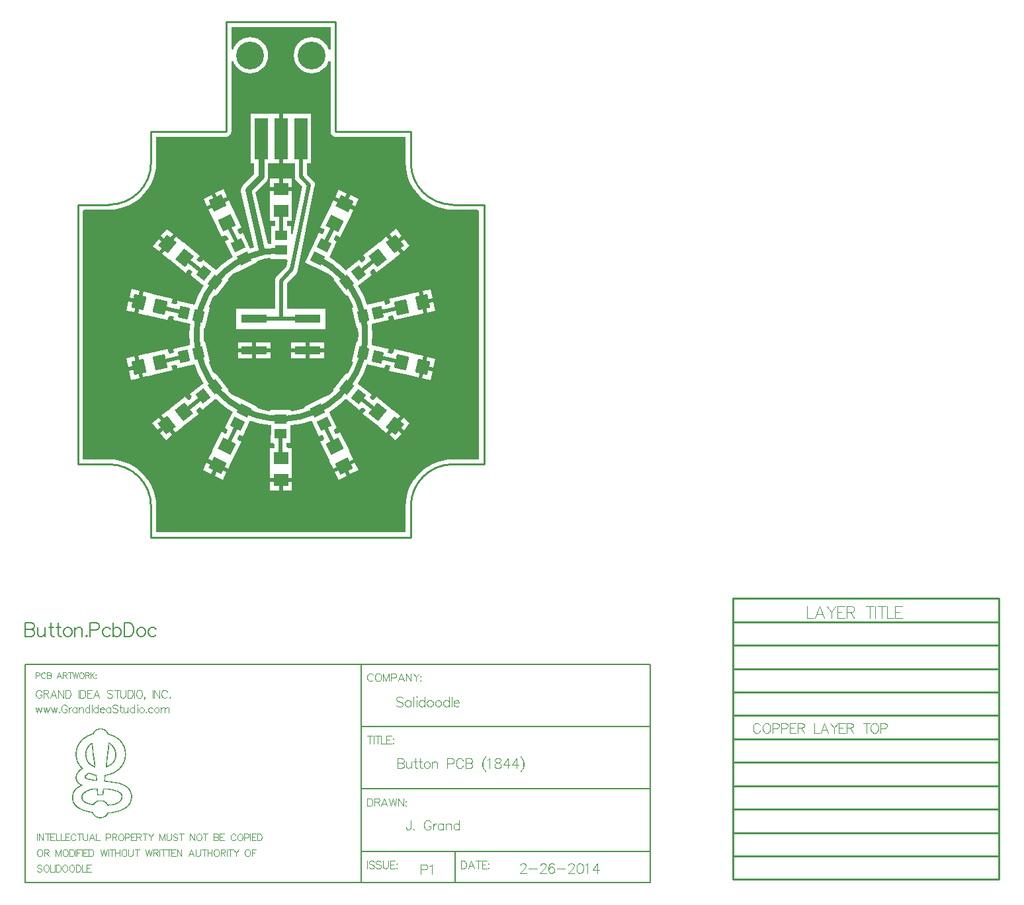
<source format=gtl>
%FSLAX24Y24*%
%MOIN*%
G70*
G01*
G75*
G04 Layer_Physical_Order=1*
G04 Layer_Color=255*
%ADD10C,0.0300*%
%ADD11R,0.0650X0.2100*%
G04:AMPARAMS|DCode=12|XSize=51.2mil|YSize=59.1mil|CornerRadius=0mil|HoleSize=0mil|Usage=FLASHONLY|Rotation=192.850|XOffset=0mil|YOffset=0mil|HoleType=Round|Shape=Rectangle|*
%AMROTATEDRECTD12*
4,1,4,0.0184,0.0345,0.0315,-0.0231,-0.0184,-0.0345,-0.0315,0.0231,0.0184,0.0345,0.0*
%
%ADD12ROTATEDRECTD12*%

G04:AMPARAMS|DCode=13|XSize=51.2mil|YSize=59.1mil|CornerRadius=0mil|HoleSize=0mil|Usage=FLASHONLY|Rotation=321.250|XOffset=0mil|YOffset=0mil|HoleType=Round|Shape=Rectangle|*
%AMROTATEDRECTD13*
4,1,4,-0.0384,-0.0070,-0.0015,0.0390,0.0384,0.0070,0.0015,-0.0390,-0.0384,-0.0070,0.0*
%
%ADD13ROTATEDRECTD13*%

G04:AMPARAMS|DCode=14|XSize=51.2mil|YSize=59.1mil|CornerRadius=0mil|HoleSize=0mil|Usage=FLASHONLY|Rotation=346.950|XOffset=0mil|YOffset=0mil|HoleType=Round|Shape=Rectangle|*
%AMROTATEDRECTD14*
4,1,4,-0.0316,-0.0230,-0.0183,0.0345,0.0316,0.0230,0.0183,-0.0345,-0.0316,-0.0230,0.0*
%
%ADD14ROTATEDRECTD14*%

G04:AMPARAMS|DCode=15|XSize=51.2mil|YSize=59.1mil|CornerRadius=0mil|HoleSize=0mil|Usage=FLASHONLY|Rotation=64.250|XOffset=0mil|YOffset=0mil|HoleType=Round|Shape=Rectangle|*
%AMROTATEDRECTD15*
4,1,4,0.0155,-0.0359,-0.0377,-0.0102,-0.0155,0.0359,0.0377,0.0102,0.0155,-0.0359,0.0*
%
%ADD15ROTATEDRECTD15*%

%ADD16R,0.0591X0.0512*%
G04:AMPARAMS|DCode=17|XSize=63mil|YSize=70.9mil|CornerRadius=0mil|HoleSize=0mil|Usage=FLASHONLY|Rotation=141.250|XOffset=0mil|YOffset=0mil|HoleType=Round|Shape=Rectangle|*
%AMROTATEDRECTD17*
4,1,4,0.0467,0.0079,0.0024,-0.0473,-0.0467,-0.0079,-0.0024,0.0473,0.0467,0.0079,0.0*
%
%ADD17ROTATEDRECTD17*%

G04:AMPARAMS|DCode=18|XSize=63mil|YSize=70.9mil|CornerRadius=0mil|HoleSize=0mil|Usage=FLASHONLY|Rotation=166.950|XOffset=0mil|YOffset=0mil|HoleType=Round|Shape=Rectangle|*
%AMROTATEDRECTD18*
4,1,4,0.0387,0.0274,0.0227,-0.0416,-0.0387,-0.0274,-0.0227,0.0416,0.0387,0.0274,0.0*
%
%ADD18ROTATEDRECTD18*%

G04:AMPARAMS|DCode=19|XSize=63mil|YSize=70.9mil|CornerRadius=0mil|HoleSize=0mil|Usage=FLASHONLY|Rotation=192.850|XOffset=0mil|YOffset=0mil|HoleType=Round|Shape=Rectangle|*
%AMROTATEDRECTD19*
4,1,4,0.0228,0.0416,0.0386,-0.0275,-0.0228,-0.0416,-0.0386,0.0275,0.0228,0.0416,0.0*
%
%ADD19ROTATEDRECTD19*%

G04:AMPARAMS|DCode=20|XSize=63mil|YSize=70.9mil|CornerRadius=0mil|HoleSize=0mil|Usage=FLASHONLY|Rotation=218.550|XOffset=0mil|YOffset=0mil|HoleType=Round|Shape=Rectangle|*
%AMROTATEDRECTD20*
4,1,4,0.0026,0.0473,0.0467,-0.0081,-0.0026,-0.0473,-0.0467,0.0081,0.0026,0.0473,0.0*
%
%ADD20ROTATEDRECTD20*%

G04:AMPARAMS|DCode=21|XSize=63mil|YSize=70.9mil|CornerRadius=0mil|HoleSize=0mil|Usage=FLASHONLY|Rotation=244.100|XOffset=0mil|YOffset=0mil|HoleType=Round|Shape=Rectangle|*
%AMROTATEDRECTD21*
4,1,4,-0.0181,0.0438,0.0456,0.0129,0.0181,-0.0438,-0.0456,-0.0129,-0.0181,0.0438,0.0*
%
%ADD21ROTATEDRECTD21*%

G04:AMPARAMS|DCode=22|XSize=63mil|YSize=70.9mil|CornerRadius=0mil|HoleSize=0mil|Usage=FLASHONLY|Rotation=269.850|XOffset=0mil|YOffset=0mil|HoleType=Round|Shape=Rectangle|*
%AMROTATEDRECTD22*
4,1,4,-0.0354,0.0316,0.0355,0.0314,0.0354,-0.0316,-0.0355,-0.0314,-0.0354,0.0316,0.0*
%
%ADD22ROTATEDRECTD22*%

G04:AMPARAMS|DCode=23|XSize=63mil|YSize=70.9mil|CornerRadius=0mil|HoleSize=0mil|Usage=FLASHONLY|Rotation=295.550|XOffset=0mil|YOffset=0mil|HoleType=Round|Shape=Rectangle|*
%AMROTATEDRECTD23*
4,1,4,-0.0456,0.0131,0.0184,0.0437,0.0456,-0.0131,-0.0184,-0.0437,-0.0456,0.0131,0.0*
%
%ADD23ROTATEDRECTD23*%

%ADD24R,0.1260X0.0394*%
%ADD25R,0.1260X0.0394*%
G04:AMPARAMS|DCode=26|XSize=51.2mil|YSize=59.1mil|CornerRadius=0mil|HoleSize=0mil|Usage=FLASHONLY|Rotation=38.550|XOffset=0mil|YOffset=0mil|HoleType=Round|Shape=Rectangle|*
%AMROTATEDRECTD26*
4,1,4,-0.0016,-0.0390,-0.0384,0.0071,0.0016,0.0390,0.0384,-0.0071,-0.0016,-0.0390,0.0*
%
%ADD26ROTATEDRECTD26*%

G04:AMPARAMS|DCode=27|XSize=51.2mil|YSize=59.1mil|CornerRadius=0mil|HoleSize=0mil|Usage=FLASHONLY|Rotation=295.550|XOffset=0mil|YOffset=0mil|HoleType=Round|Shape=Rectangle|*
%AMROTATEDRECTD27*
4,1,4,-0.0377,0.0104,0.0156,0.0358,0.0377,-0.0104,-0.0156,-0.0358,-0.0377,0.0104,0.0*
%
%ADD27ROTATEDRECTD27*%

G04:AMPARAMS|DCode=28|XSize=51.2mil|YSize=59.1mil|CornerRadius=0mil|HoleSize=0mil|Usage=FLASHONLY|Rotation=115.150|XOffset=0mil|YOffset=0mil|HoleType=Round|Shape=Rectangle|*
%AMROTATEDRECTD28*
4,1,4,0.0376,-0.0106,-0.0159,-0.0357,-0.0376,0.0106,0.0159,0.0357,0.0376,-0.0106,0.0*
%
%ADD28ROTATEDRECTD28*%

G04:AMPARAMS|DCode=29|XSize=63mil|YSize=70.9mil|CornerRadius=0mil|HoleSize=0mil|Usage=FLASHONLY|Rotation=115.150|XOffset=0mil|YOffset=0mil|HoleType=Round|Shape=Rectangle|*
%AMROTATEDRECTD29*
4,1,4,0.0455,-0.0135,-0.0187,-0.0436,-0.0455,0.0135,0.0187,0.0436,0.0455,-0.0135,0.0*
%
%ADD29ROTATEDRECTD29*%

%ADD30C,0.0200*%
%ADD31C,0.0049*%
%ADD32C,0.0100*%
%ADD33C,0.1400*%
%ADD34C,0.0079*%
%ADD35C,0.0098*%
%ADD36C,0.0010*%
%ADD37C,0.0080*%
%ADD38C,0.0039*%
G36*
X9046Y24620D02*
X8947Y24606D01*
X8929Y24667D01*
X8845Y24823D01*
X8733Y24960D01*
X8596Y25073D01*
X8439Y25156D01*
X8270Y25208D01*
X8093Y25225D01*
X7917Y25208D01*
X7747Y25156D01*
X7591Y25073D01*
X7454Y24960D01*
X7341Y24823D01*
X7258Y24667D01*
X7206Y24497D01*
X7189Y24321D01*
X7206Y24144D01*
X7258Y23975D01*
X7341Y23818D01*
X7454Y23681D01*
X7591Y23569D01*
X7747Y23485D01*
X7917Y23434D01*
X8093Y23417D01*
X8270Y23434D01*
X8439Y23485D01*
X8596Y23569D01*
X8733Y23681D01*
X8845Y23818D01*
X8929Y23975D01*
X8947Y24036D01*
X9046Y24021D01*
Y20476D01*
X9046Y20476D01*
X9046D01*
X9066Y20379D01*
X9121Y20296D01*
X9204Y20241D01*
X9301Y20221D01*
X12836D01*
Y18902D01*
X12837Y18893D01*
X12852Y18636D01*
X12896Y18374D01*
X12970Y18118D01*
X13072Y17872D01*
X13200Y17640D01*
X13354Y17423D01*
X13532Y17224D01*
X13730Y17047D01*
X13947Y16893D01*
X14180Y16765D01*
X14425Y16663D01*
X14681Y16589D01*
X14943Y16545D01*
X15200Y16530D01*
X15209Y16529D01*
X16458D01*
X16529Y16458D01*
X16529Y3948D01*
X15209D01*
X15200Y3946D01*
X14943Y3932D01*
X14681Y3887D01*
X14425Y3814D01*
X14180Y3712D01*
X13947Y3583D01*
X13730Y3429D01*
X13532Y3252D01*
X13354Y3054D01*
X13200Y2837D01*
X13072Y2604D01*
X12970Y2358D01*
X12896Y2103D01*
X12852Y1840D01*
X12837Y1583D01*
X12836Y1575D01*
Y255D01*
X255D01*
Y1575D01*
X253Y1583D01*
X239Y1840D01*
X194Y2103D01*
X121Y2358D01*
X19Y2604D01*
X-110Y2837D01*
X-264Y3054D01*
X-441Y3252D01*
X-639Y3429D01*
X-856Y3583D01*
X-1089Y3712D01*
X-1335Y3814D01*
X-1590Y3887D01*
X-1853Y3932D01*
X-2110Y3946D01*
X-2118Y3948D01*
X-3438D01*
X-3438Y16458D01*
X-3367Y16529D01*
X-2118D01*
X-2110Y16530D01*
X-1853Y16545D01*
X-1590Y16589D01*
X-1335Y16663D01*
X-1089Y16765D01*
X-856Y16893D01*
X-639Y17047D01*
X-441Y17224D01*
X-264Y17423D01*
X-110Y17640D01*
X19Y17872D01*
X121Y18118D01*
X194Y18374D01*
X239Y18636D01*
X253Y18893D01*
X255Y18902D01*
Y20221D01*
X3789D01*
X3887Y20241D01*
X3970Y20296D01*
X4025Y20379D01*
X4044Y20476D01*
X4044Y20476D01*
X4044Y20476D01*
Y20476D01*
Y24008D01*
X4143Y24023D01*
X4158Y23975D01*
X4241Y23818D01*
X4354Y23681D01*
X4491Y23569D01*
X4647Y23485D01*
X4817Y23434D01*
X4993Y23417D01*
X5170Y23434D01*
X5339Y23485D01*
X5496Y23569D01*
X5633Y23681D01*
X5745Y23818D01*
X5829Y23975D01*
X5880Y24144D01*
X5898Y24321D01*
X5880Y24497D01*
X5829Y24667D01*
X5745Y24823D01*
X5633Y24960D01*
X5496Y25073D01*
X5339Y25156D01*
X5170Y25208D01*
X4993Y25225D01*
X4817Y25208D01*
X4647Y25156D01*
X4491Y25073D01*
X4354Y24960D01*
X4241Y24823D01*
X4158Y24667D01*
X4143Y24619D01*
X4044Y24633D01*
Y25733D01*
X9046D01*
Y24620D01*
D02*
G37*
%LPC*%
G36*
X-692Y8489D02*
X-1096Y8397D01*
X-995Y7954D01*
X-591Y8046D01*
X-692Y8489D01*
D02*
G37*
G36*
X13923Y9113D02*
X13820Y8670D01*
X14224Y8577D01*
X14327Y9019D01*
X13923Y9113D01*
D02*
G37*
G36*
X374Y6036D02*
X49Y5778D01*
X332Y5422D01*
X657Y5681D01*
X374Y6036D01*
D02*
G37*
G36*
X13775Y8476D02*
X13672Y8033D01*
X14077Y7939D01*
X14179Y8382D01*
X13775Y8476D01*
D02*
G37*
G36*
X-837Y9127D02*
X-1242Y9035D01*
X-1141Y8592D01*
X-736Y8684D01*
X-837Y9127D01*
D02*
G37*
G36*
X7782Y9349D02*
X7052D01*
Y9052D01*
X7782D01*
Y9349D01*
D02*
G37*
G36*
X8712D02*
X7982D01*
Y9052D01*
X8712D01*
Y9349D01*
D02*
G37*
G36*
X5105D02*
X4375D01*
Y9052D01*
X5105D01*
Y9349D01*
D02*
G37*
G36*
X6035D02*
X5305D01*
Y9052D01*
X6035D01*
Y9349D01*
D02*
G37*
G36*
X9679Y3486D02*
X9269Y3290D01*
X9448Y2916D01*
X9858Y3112D01*
X9679Y3486D01*
D02*
G37*
G36*
X3393Y3492D02*
X3212Y3119D01*
X3620Y2921D01*
X3802Y3294D01*
X3393Y3492D01*
D02*
G37*
G36*
X6642Y2793D02*
X6641Y2378D01*
X7095Y2377D01*
X7096Y2792D01*
X6642Y2793D01*
D02*
G37*
G36*
X5987Y2795D02*
X5986Y2380D01*
X6441Y2379D01*
X6442Y2794D01*
X5987Y2795D01*
D02*
G37*
G36*
X10269Y3768D02*
X9859Y3572D01*
X10038Y3198D01*
X10448Y3394D01*
X10269Y3768D01*
D02*
G37*
G36*
X781Y5525D02*
X457Y5266D01*
X740Y4911D01*
X1065Y5169D01*
X781Y5525D01*
D02*
G37*
G36*
X12706Y6024D02*
X12421Y5670D01*
X12745Y5410D01*
X13029Y5764D01*
X12706Y6024D01*
D02*
G37*
G36*
X2804Y3778D02*
X2623Y3405D01*
X3032Y3206D01*
X3213Y3580D01*
X2804Y3778D01*
D02*
G37*
G36*
X12296Y5514D02*
X12012Y5159D01*
X12335Y4900D01*
X12620Y5254D01*
X12296Y5514D01*
D02*
G37*
G36*
X5105Y9846D02*
X4375D01*
Y9549D01*
X5105D01*
Y9846D01*
D02*
G37*
G36*
X10052Y17267D02*
X9872Y16894D01*
X10281Y16696D01*
X10462Y17070D01*
X10052Y17267D01*
D02*
G37*
G36*
X3055Y17278D02*
X2643Y17085D01*
X2820Y16710D01*
X3231Y16903D01*
X3055Y17278D01*
D02*
G37*
G36*
X783Y15549D02*
X499Y15195D01*
X822Y14935D01*
X1107Y15290D01*
X783Y15549D01*
D02*
G37*
G36*
X12347Y15562D02*
X12022Y15303D01*
X12305Y14948D01*
X12630Y15207D01*
X12347Y15562D01*
D02*
G37*
G36*
X9463Y17552D02*
X9283Y17178D01*
X9692Y16981D01*
X9872Y17354D01*
X9463Y17552D01*
D02*
G37*
G36*
X6443Y18094D02*
X5989D01*
Y17679D01*
X6443D01*
Y18094D01*
D02*
G37*
G36*
X7098D02*
X6643D01*
Y17679D01*
X7098D01*
Y18094D01*
D02*
G37*
G36*
X3647Y17556D02*
X3236Y17363D01*
X3412Y16988D01*
X3823Y17181D01*
X3647Y17556D01*
D02*
G37*
G36*
X8068Y21361D02*
X6643D01*
Y20111D01*
Y18861D01*
X7241D01*
Y18189D01*
X7251Y18111D01*
X7272Y18059D01*
X7281Y18038D01*
X7329Y17975D01*
X7616Y17688D01*
X7138Y15284D01*
X7039Y15294D01*
Y15692D01*
X6846D01*
Y15961D01*
X7098D01*
Y16991D01*
D01*
Y16991D01*
X7098Y16991D01*
Y17064D01*
X7098D01*
Y17479D01*
X5989D01*
Y17064D01*
X5989Y17064D01*
X5989Y16991D01*
X5989D01*
Y15961D01*
X6241D01*
Y15692D01*
X6048D01*
Y14944D01*
X6048D01*
Y14813D01*
X5873Y14790D01*
X5268Y17415D01*
X5793Y17939D01*
X5849Y18012D01*
X5884Y18098D01*
X5896Y18189D01*
X5896Y18189D01*
X5896Y18189D01*
Y18189D01*
Y18861D01*
X6443D01*
Y20111D01*
Y21361D01*
X5018D01*
Y18861D01*
X5190D01*
Y18335D01*
X4631Y17776D01*
X4607Y17744D01*
X4581Y17714D01*
X4579Y17708D01*
X4575Y17703D01*
X4560Y17666D01*
X4543Y17630D01*
X4542Y17623D01*
X4540Y17618D01*
X4534Y17578D01*
X4528Y17539D01*
X4528Y17533D01*
X4528Y17526D01*
X4533Y17487D01*
X4537Y17447D01*
X5184Y14633D01*
X5004Y14576D01*
X4633Y15366D01*
X4525Y15316D01*
X4431Y15350D01*
X4347Y15529D01*
X4553Y15626D01*
X4115Y16559D01*
X4115Y16559D01*
X4115D01*
X4085Y16624D01*
D01*
X3908Y17000D01*
X3406Y16764D01*
X2905Y16529D01*
X3081Y16153D01*
X3081Y16153D01*
X3081D01*
X3112Y16087D01*
D01*
X3550Y15155D01*
X3735Y15242D01*
X3829Y15208D01*
X3913Y15029D01*
X3736Y14945D01*
X4054Y14268D01*
X4054Y14268D01*
X4054Y14268D01*
X4054Y14268D01*
X4112Y14144D01*
X3901Y14010D01*
X3582Y13765D01*
X3286Y13493D01*
X3274Y13481D01*
X2607Y14016D01*
X2527Y13917D01*
X2428Y13906D01*
X2288Y14018D01*
X2446Y14215D01*
X1643Y14859D01*
D01*
X1586Y14905D01*
X1586Y14905D01*
X1586Y14905D01*
X1263Y15164D01*
X916Y14732D01*
X569Y14300D01*
X892Y14040D01*
D01*
X949Y13995D01*
X949Y13995D01*
X949Y13995D01*
X1752Y13350D01*
X1865Y13491D01*
X1965Y13502D01*
X2104Y13390D01*
X1987Y13244D01*
X2570Y12776D01*
X2570Y12776D01*
X2659Y12704D01*
X2554Y12539D01*
X2369Y12183D01*
X2215Y11812D01*
X2192Y11741D01*
X1337Y11939D01*
X1308Y11812D01*
X1223Y11759D01*
X1030Y11804D01*
X1087Y12052D01*
X84Y12284D01*
X84Y12284D01*
X84Y12284D01*
X13Y12301D01*
Y12301D01*
X-391Y12394D01*
X-516Y11854D01*
X-641Y11314D01*
X-237Y11221D01*
X-237Y11221D01*
X-237Y11221D01*
X-166Y11204D01*
Y11204D01*
X837Y10972D01*
X877Y11146D01*
X962Y11199D01*
X1155Y11154D01*
X1114Y10974D01*
X1842Y10805D01*
X1842Y10805D01*
X1973Y10775D01*
X1954Y10638D01*
X1937Y10236D01*
X1954Y9835D01*
X1972Y9705D01*
X1113Y9510D01*
X1156Y9323D01*
X962Y9279D01*
X877Y9332D01*
X837Y9509D01*
X-167Y9280D01*
X-167Y9280D01*
Y9280D01*
X-238Y9264D01*
Y9264D01*
X-642Y9172D01*
X-519Y8631D01*
X-396Y8091D01*
X9Y8183D01*
X9Y8183D01*
Y8183D01*
X79Y8199D01*
Y8199D01*
X1083Y8428D01*
X1028Y8673D01*
X1221Y8717D01*
X1306Y8664D01*
X1333Y8544D01*
X2063Y8710D01*
Y8710D01*
X2190Y8739D01*
X2215Y8661D01*
X2369Y8289D01*
X2554Y7933D01*
X2654Y7776D01*
X2550Y7693D01*
X2550Y7693D01*
X1965Y7227D01*
X2040Y7133D01*
X2029Y7033D01*
X1874Y6910D01*
X1717Y7106D01*
X911Y6465D01*
X911Y6465D01*
X911Y6465D01*
X855Y6419D01*
D01*
X530Y6161D01*
X876Y5727D01*
X1221Y5294D01*
X1545Y5552D01*
X1545Y5552D01*
X1545Y5552D01*
X1602Y5598D01*
D01*
X2408Y6239D01*
X2295Y6381D01*
X2306Y6480D01*
X2461Y6604D01*
X2583Y6452D01*
X3268Y6998D01*
X3286Y6979D01*
X3582Y6708D01*
X3901Y6463D01*
X4106Y6332D01*
X4049Y6214D01*
X4049Y6214D01*
X4049Y6214D01*
X4049D01*
X3722Y5541D01*
X3835Y5486D01*
X3868Y5392D01*
X3781Y5213D01*
X3555Y5323D01*
X3105Y4397D01*
X3105Y4397D01*
D01*
X3073Y4331D01*
X3073Y4331D01*
X2892Y3958D01*
X3390Y3716D01*
X3889Y3474D01*
X4070Y3847D01*
X4070Y3847D01*
D01*
X4102Y3912D01*
X4102Y3912D01*
X4552Y4839D01*
X4389Y4918D01*
X4356Y5012D01*
X4443Y5191D01*
X4613Y5108D01*
X4997Y5899D01*
X5351Y5787D01*
X5743Y5700D01*
X6040Y5661D01*
X6040Y5530D01*
X6040D01*
X6040Y5530D01*
X6038Y4782D01*
X6160Y4781D01*
X6230Y4710D01*
X6230Y4512D01*
X5992Y4512D01*
X5989Y3483D01*
X5989D01*
X5989Y3410D01*
X5989Y3410D01*
X5989Y3410D01*
X5988Y2995D01*
X6542Y2994D01*
X7096Y2992D01*
X7098Y3407D01*
X7098D01*
X7098Y3480D01*
X7098Y3480D01*
X7098Y3480D01*
X7100Y4510D01*
X6906Y4510D01*
X6835Y4581D01*
X6836Y4780D01*
X7028Y4779D01*
X7031Y5659D01*
X7343Y5700D01*
X7736Y5787D01*
X8083Y5896D01*
X8461Y5105D01*
X8636Y5189D01*
X8721Y5010D01*
X8688Y4916D01*
X8528Y4840D01*
X8973Y3910D01*
X8973Y3910D01*
X8973D01*
X9004Y3845D01*
D01*
X9183Y3471D01*
X9683Y3710D01*
X10183Y3949D01*
X10004Y4323D01*
X10004Y4323D01*
X10004D01*
X9973Y4388D01*
D01*
X9529Y5318D01*
X9298Y5207D01*
X9212Y5386D01*
X9245Y5481D01*
X9354Y5533D01*
X9032Y6208D01*
X9032D01*
X8974Y6328D01*
X9185Y6463D01*
X9504Y6708D01*
X9800Y6979D01*
X9813Y6993D01*
X10496Y6444D01*
X10575Y6543D01*
X10674Y6554D01*
X10829Y6429D01*
X10672Y6234D01*
X11476Y5590D01*
D01*
X11532Y5544D01*
X11532Y5544D01*
X11532Y5544D01*
X11856Y5285D01*
X12203Y5717D01*
X12550Y6149D01*
X12226Y6409D01*
D01*
X12170Y6454D01*
X12170Y6454D01*
X12170Y6454D01*
X11366Y7099D01*
X11252Y6956D01*
X11153Y6946D01*
X10998Y7070D01*
X11116Y7217D01*
X10532Y7685D01*
D01*
X10428Y7769D01*
X10533Y7933D01*
X10718Y8289D01*
X10872Y8661D01*
X10894Y8732D01*
X11749Y8534D01*
X11778Y8658D01*
X11863Y8711D01*
X12056Y8666D01*
X11999Y8421D01*
X13003Y8188D01*
X13003Y8188D01*
X13003Y8188D01*
X13073Y8172D01*
Y8172D01*
X13478Y8078D01*
X13603Y8618D01*
X13728Y9158D01*
X13324Y9252D01*
X13324Y9252D01*
X13324Y9252D01*
X13253Y9268D01*
Y9268D01*
X12250Y9501D01*
X12209Y9324D01*
X12124Y9272D01*
X11931Y9316D01*
X11973Y9499D01*
X11244Y9667D01*
Y9667D01*
X11114Y9698D01*
X11132Y9835D01*
X11150Y10236D01*
X11132Y10638D01*
X11115Y10767D01*
X11244Y10796D01*
X11244Y10796D01*
X11244Y10796D01*
D01*
Y10796D01*
X11974Y10963D01*
X11947Y11080D01*
X12000Y11165D01*
X12194Y11209D01*
X12250Y10963D01*
X13254Y11192D01*
X13254Y11192D01*
Y11192D01*
X13324Y11208D01*
Y11208D01*
X13729Y11301D01*
X13606Y11841D01*
X13482Y12382D01*
X13078Y12289D01*
X13078Y12289D01*
Y12289D01*
X13007Y12273D01*
Y12273D01*
X12003Y12044D01*
X12043Y11868D01*
X11990Y11784D01*
X11796Y11739D01*
X11753Y11929D01*
X10897Y11733D01*
X10872Y11812D01*
X10718Y12183D01*
X10533Y12539D01*
X10432Y12697D01*
X10536Y12780D01*
D01*
X11121Y13246D01*
X11045Y13341D01*
X11057Y13441D01*
X11212Y13564D01*
X11370Y13366D01*
X12175Y14008D01*
X12175Y14008D01*
X12175Y14008D01*
X12232Y14053D01*
D01*
X12557Y14312D01*
X12211Y14745D01*
X11866Y15179D01*
X11541Y14920D01*
X11541Y14920D01*
X11541Y14920D01*
X11484Y14875D01*
D01*
X10679Y14233D01*
X10791Y14093D01*
X10779Y13994D01*
X10624Y13870D01*
X10504Y14021D01*
X9818Y13474D01*
X9800Y13493D01*
X9504Y13765D01*
X9185Y14010D01*
X8981Y14140D01*
X9363Y14933D01*
X9255Y14986D01*
X9222Y15080D01*
X9308Y15259D01*
X9535Y15149D01*
X9983Y16077D01*
X9983Y16077D01*
D01*
X10014Y16142D01*
X10014Y16142D01*
X10194Y16516D01*
X9695Y16757D01*
X9196Y16998D01*
X9016Y16624D01*
X9016Y16624D01*
D01*
X8984Y16559D01*
X8984Y16559D01*
X8537Y15631D01*
X8763Y15522D01*
X8677Y15343D01*
X8582Y15310D01*
X8471Y15364D01*
X8146Y14690D01*
Y14690D01*
X8146Y14690D01*
X8146Y14690D01*
X7750Y13869D01*
X8642Y13438D01*
X8642Y13438D01*
D01*
X9001Y13266D01*
X9018Y13252D01*
X9209Y13080D01*
X9206Y12986D01*
Y12986D01*
X9823Y12211D01*
X9823D01*
X9912Y12195D01*
X9984Y12075D01*
X10148Y11729D01*
X10180Y11641D01*
X10135Y11559D01*
X10135Y11559D01*
X10355Y10594D01*
X10355D01*
X10430Y10537D01*
X10445Y10236D01*
X10430Y9929D01*
X10356Y9873D01*
X10356D01*
X10132Y8908D01*
X10132Y8908D01*
X10177Y8826D01*
X10148Y8743D01*
X9984Y8397D01*
X9909Y8272D01*
X9821Y8256D01*
X9821D01*
X9201Y7483D01*
Y7483D01*
X9204Y7389D01*
X9018Y7220D01*
X8987Y7197D01*
X8638Y7030D01*
D01*
X7745Y6603D01*
Y6603D01*
X7708Y6514D01*
X7676Y6503D01*
X7304Y6410D01*
X7101Y6379D01*
X7033Y6439D01*
Y6439D01*
X6042Y6441D01*
Y6441D01*
X5972Y6381D01*
X5782Y6410D01*
X5411Y6503D01*
X5373Y6516D01*
X5338Y6602D01*
Y6602D01*
X4447Y7034D01*
X4447Y7034D01*
D01*
X4076Y7214D01*
X4068Y7220D01*
X3878Y7393D01*
X3881Y7486D01*
Y7486D01*
X3263Y8261D01*
X3263D01*
X3174Y8277D01*
X3102Y8397D01*
X2939Y8743D01*
X2907Y8832D01*
X2952Y8913D01*
X2952Y8913D01*
X2731Y9879D01*
X2731D01*
X2656Y9936D01*
X2642Y10236D01*
X2657Y10543D01*
X2731Y10599D01*
X2731D01*
X2954Y11564D01*
X2954Y11564D01*
X2909Y11647D01*
X2939Y11729D01*
X3102Y12075D01*
X3174Y12195D01*
X3272Y12212D01*
X3281Y12205D01*
X3901Y12978D01*
X3889Y12987D01*
X3886Y13087D01*
X4068Y13252D01*
X4124Y13294D01*
X4442Y13443D01*
D01*
X5338Y13864D01*
X5338Y13865D01*
X5376Y13957D01*
X5411Y13970D01*
X5754Y14056D01*
X5754Y14056D01*
Y14056D01*
X5755Y14057D01*
X5774Y14059D01*
X5784Y14063D01*
X5979Y14092D01*
X6048Y14032D01*
Y14032D01*
X6810D01*
X6874Y13955D01*
X6817Y13670D01*
X6325Y13158D01*
X6304Y13129D01*
X6281Y13100D01*
X6280Y13097D01*
X6278Y13095D01*
X6265Y13060D01*
X6251Y13027D01*
X6251Y13024D01*
X6250Y13021D01*
X6245Y12985D01*
X6241Y12948D01*
Y11545D01*
X4291D01*
Y10495D01*
X8791D01*
Y11545D01*
X6846D01*
Y12827D01*
X7315Y13314D01*
X7319Y13320D01*
X7324Y13324D01*
X7342Y13351D01*
X7361Y13377D01*
X7364Y13384D01*
X7368Y13390D01*
X7378Y13421D01*
X7390Y13451D01*
X7391Y13458D01*
X7393Y13465D01*
X8235Y17696D01*
X8239Y17707D01*
X8250Y17785D01*
X8239Y17863D01*
X8209Y17936D01*
X8161Y17999D01*
X7846Y18314D01*
Y18861D01*
X8068D01*
Y21361D01*
D02*
G37*
G36*
X8712Y9846D02*
X7982D01*
Y9549D01*
X8712D01*
Y9846D01*
D02*
G37*
G36*
X14228Y11880D02*
X13823Y11788D01*
X13924Y11345D01*
X14329Y11437D01*
X14228Y11880D01*
D02*
G37*
G36*
X6035Y9846D02*
X5305D01*
Y9549D01*
X6035D01*
Y9846D01*
D02*
G37*
G36*
X7782D02*
X7052D01*
Y9549D01*
X7782D01*
Y9846D01*
D02*
G37*
G36*
X-1138Y11896D02*
X-1240Y11453D01*
X-836Y11359D01*
X-734Y11802D01*
X-1138Y11896D01*
D02*
G37*
G36*
X373Y15039D02*
X89Y14685D01*
X413Y14425D01*
X697Y14779D01*
X373Y15039D01*
D02*
G37*
G36*
X12754Y15050D02*
X12430Y14792D01*
X12713Y14436D01*
X13038Y14695D01*
X12754Y15050D01*
D02*
G37*
G36*
X14082Y12518D02*
X13677Y12426D01*
X13778Y11983D01*
X14183Y12075D01*
X14082Y12518D01*
D02*
G37*
G36*
X-990Y12533D02*
X-1093Y12091D01*
X-688Y11997D01*
X-586Y12439D01*
X-990Y12533D01*
D02*
G37*
%LPD*%
D10*
X5683Y14400D02*
G03*
X8394Y14064I860J-4164D01*
G01*
X6543Y14488D02*
G03*
X5699Y14404I0J-4252D01*
G01*
X5543Y18189D02*
Y20111D01*
X4881Y17526D02*
X5543Y18189D01*
X4881Y17526D02*
X5600Y14400D01*
D11*
X5543Y20111D02*
D03*
X6543D02*
D03*
X7543D02*
D03*
D12*
X2397Y9295D02*
D03*
X1668Y9128D02*
D03*
X10690Y11178D02*
D03*
X11419Y11344D02*
D03*
D13*
X9867Y7584D02*
D03*
X10450Y7116D02*
D03*
X3236Y12877D02*
D03*
X2652Y13345D02*
D03*
D14*
X10688Y9288D02*
D03*
X11417Y9119D02*
D03*
X2398Y11185D02*
D03*
X1670Y11353D02*
D03*
D15*
X8394Y14064D02*
D03*
X8719Y14738D02*
D03*
X4693Y6408D02*
D03*
X4367Y5735D02*
D03*
D16*
X6543Y14488D02*
D03*
X6543Y15236D02*
D03*
X6536Y5984D02*
D03*
X6534Y5236D02*
D03*
D17*
X1697Y14105D02*
D03*
X838Y14795D02*
D03*
X11421Y6344D02*
D03*
X12281Y5654D02*
D03*
D18*
X460Y11628D02*
D03*
X-614Y11877D02*
D03*
X12626Y8845D02*
D03*
X13700Y8596D02*
D03*
D19*
X458Y8854D02*
D03*
X-617Y8609D02*
D03*
X12628Y11618D02*
D03*
X13703Y11863D02*
D03*
D20*
X1659Y6352D02*
D03*
X797Y5665D02*
D03*
X11427Y14120D02*
D03*
X12289Y14807D02*
D03*
D21*
X3828Y4618D02*
D03*
X3347Y3626D02*
D03*
X9260Y15854D02*
D03*
X9739Y16847D02*
D03*
D22*
X6545Y3996D02*
D03*
X6542Y2894D02*
D03*
X6543Y16476D02*
D03*
Y17579D02*
D03*
D23*
X9251Y4614D02*
D03*
X9726Y3619D02*
D03*
D24*
X7882Y9449D02*
D03*
X7882Y11024D02*
D03*
D25*
X5205Y9449D02*
D03*
Y11024D02*
D03*
D26*
X9871Y12883D02*
D03*
X10456Y13349D02*
D03*
X3215Y7590D02*
D03*
X2630Y7123D02*
D03*
D27*
X8388Y6405D02*
D03*
X8711Y5730D02*
D03*
D28*
X4696Y14066D02*
D03*
X4378Y14743D02*
D03*
D29*
X3832Y15857D02*
D03*
X3364Y16855D02*
D03*
D30*
X6543Y15236D02*
Y16476D01*
X1697Y14105D02*
X2649Y13341D01*
X528Y11610D02*
X556Y11603D01*
X528Y11610D02*
X1640Y11352D01*
X593Y8884D02*
X1667Y9129D01*
X1683Y9133D01*
X1664Y9146D02*
X1782Y9173D01*
X1668Y11346D02*
X1736Y11330D01*
X1608Y14183D02*
X1700Y14109D01*
X4381Y14744D02*
X4389Y14727D01*
X3871Y15831D02*
X4381Y14744D01*
X1659Y6352D02*
X2608Y7108D01*
X2582Y7185D02*
X2582Y7185D01*
X2603Y7202D01*
X3828Y4618D02*
X4267Y5521D01*
X6531Y4033D02*
X6534Y5236D01*
X9247Y4612D02*
X9290Y4522D01*
X8763Y5624D02*
X9247Y4612D01*
X9342Y4658D02*
X9350Y4642D01*
X10409Y7123D02*
X10438Y7100D01*
X10450Y7121D02*
X10453Y7119D01*
X11389Y6368D01*
X11460Y9115D02*
X12626Y8845D01*
X11376Y9132D02*
X11418Y9122D01*
X11439Y11347D02*
X12590Y11610D01*
X11363Y11322D02*
X11421Y11335D01*
X10456Y13349D02*
X11335Y14050D01*
X11488Y14044D02*
X11579Y14116D01*
X8747Y14793D02*
X9242Y15819D01*
X8661Y14654D02*
X8705Y14745D01*
X6535Y3959D02*
X6535Y3996D01*
X7543Y18189D02*
Y20111D01*
X5205Y11024D02*
X6543D01*
X7882D01*
X6543D02*
Y12948D01*
X7096Y13524D01*
X7943Y17781D01*
X7543Y18189D02*
X7947Y17785D01*
D31*
X30690Y-9477D02*
X30667Y-9430D01*
X30620Y-9383D01*
X30573Y-9360D01*
X30480D01*
X30433Y-9383D01*
X30386Y-9430D01*
X30362Y-9477D01*
X30339Y-9547D01*
Y-9664D01*
X30362Y-9735D01*
X30386Y-9781D01*
X30433Y-9828D01*
X30480Y-9852D01*
X30573D01*
X30620Y-9828D01*
X30667Y-9781D01*
X30690Y-9735D01*
X30969Y-9360D02*
X30922Y-9383D01*
X30876Y-9430D01*
X30852Y-9477D01*
X30829Y-9547D01*
Y-9664D01*
X30852Y-9735D01*
X30876Y-9781D01*
X30922Y-9828D01*
X30969Y-9852D01*
X31063D01*
X31110Y-9828D01*
X31157Y-9781D01*
X31180Y-9735D01*
X31204Y-9664D01*
Y-9547D01*
X31180Y-9477D01*
X31157Y-9430D01*
X31110Y-9383D01*
X31063Y-9360D01*
X30969D01*
X31318Y-9617D02*
X31529D01*
X31599Y-9594D01*
X31623Y-9571D01*
X31646Y-9524D01*
Y-9453D01*
X31623Y-9407D01*
X31599Y-9383D01*
X31529Y-9360D01*
X31318D01*
Y-9852D01*
X31756Y-9617D02*
X31967D01*
X32038Y-9594D01*
X32061Y-9571D01*
X32084Y-9524D01*
Y-9453D01*
X32061Y-9407D01*
X32038Y-9383D01*
X31967Y-9360D01*
X31756D01*
Y-9852D01*
X32499Y-9360D02*
X32195D01*
Y-9852D01*
X32499D01*
X32195Y-9594D02*
X32382D01*
X32581Y-9360D02*
Y-9852D01*
Y-9360D02*
X32792D01*
X32862Y-9383D01*
X32886Y-9407D01*
X32909Y-9453D01*
Y-9500D01*
X32886Y-9547D01*
X32862Y-9571D01*
X32792Y-9594D01*
X32581D01*
X32745D02*
X32909Y-9852D01*
X33406Y-9360D02*
Y-9852D01*
X33687D01*
X34116D02*
X33928Y-9360D01*
X33741Y-9852D01*
X33811Y-9688D02*
X34046D01*
X34231Y-9360D02*
X34418Y-9594D01*
Y-9852D01*
X34606Y-9360D02*
X34418Y-9594D01*
X34973Y-9360D02*
X34669D01*
Y-9852D01*
X34973D01*
X34669Y-9594D02*
X34856D01*
X35055Y-9360D02*
Y-9852D01*
Y-9360D02*
X35266D01*
X35336Y-9383D01*
X35360Y-9407D01*
X35383Y-9453D01*
Y-9500D01*
X35360Y-9547D01*
X35336Y-9571D01*
X35266Y-9594D01*
X35055D01*
X35219D02*
X35383Y-9852D01*
X36044Y-9360D02*
Y-9852D01*
X35880Y-9360D02*
X36208D01*
X36407D02*
X36360Y-9383D01*
X36314Y-9430D01*
X36290Y-9477D01*
X36267Y-9547D01*
Y-9664D01*
X36290Y-9735D01*
X36314Y-9781D01*
X36360Y-9828D01*
X36407Y-9852D01*
X36501D01*
X36548Y-9828D01*
X36595Y-9781D01*
X36618Y-9735D01*
X36642Y-9664D01*
Y-9547D01*
X36618Y-9477D01*
X36595Y-9430D01*
X36548Y-9383D01*
X36501Y-9360D01*
X36407D01*
X36756Y-9617D02*
X36967D01*
X37037Y-9594D01*
X37061Y-9571D01*
X37084Y-9524D01*
Y-9453D01*
X37061Y-9407D01*
X37037Y-9383D01*
X36967Y-9360D01*
X36756D01*
Y-9852D01*
X33065Y-3465D02*
Y-4055D01*
X33402D01*
X33917D02*
X33692Y-3465D01*
X33467Y-4055D01*
X33551Y-3858D02*
X33832D01*
X34055Y-3465D02*
X34279Y-3746D01*
Y-4055D01*
X34504Y-3465D02*
X34279Y-3746D01*
X34946Y-3465D02*
X34580D01*
Y-4055D01*
X34946D01*
X34580Y-3746D02*
X34805D01*
X35044Y-3465D02*
Y-4055D01*
Y-3465D02*
X35297D01*
X35382Y-3493D01*
X35410Y-3521D01*
X35438Y-3577D01*
Y-3633D01*
X35410Y-3690D01*
X35382Y-3718D01*
X35297Y-3746D01*
X35044D01*
X35241D02*
X35438Y-4055D01*
X36231Y-3465D02*
Y-4055D01*
X36034Y-3465D02*
X36427D01*
X36498D02*
Y-4055D01*
X36818Y-3465D02*
Y-4055D01*
X36621Y-3465D02*
X37015D01*
X37085D02*
Y-4055D01*
X37423D01*
X37853Y-3465D02*
X37487D01*
Y-4055D01*
X37853D01*
X37487Y-3746D02*
X37712D01*
D32*
X13091Y18902D02*
G03*
X15209Y16783I2118J0D01*
G01*
X-2118D02*
G03*
X-0Y18902I0J2118D01*
G01*
X0Y1575D02*
G03*
X-2118Y3693I-2118J0D01*
G01*
X15209D02*
G03*
X13091Y1575I0J-2118D01*
G01*
X9301Y20476D02*
Y25988D01*
X3789Y20476D02*
Y25988D01*
X9301Y20476D02*
X13091D01*
X-0D02*
X3789D01*
X15209Y16783D02*
X16783D01*
X13091Y18902D02*
Y20476D01*
X-0Y18902D02*
Y20476D01*
X-3693Y16783D02*
X-2118D01*
X-3693D02*
X-3693Y3693D01*
X-2118D01*
X0Y0D02*
Y1575D01*
X13091Y0D02*
Y1575D01*
X15209Y3693D02*
X16783D01*
X3789Y25988D02*
X9301D01*
X16783Y3693D02*
X16783Y16783D01*
X0Y0D02*
X13091D01*
D33*
X4993Y24321D02*
D03*
X8093D02*
D03*
D34*
X10586Y-15828D02*
X25153D01*
X10586Y-12678D02*
X25153D01*
X10586Y-9528D02*
X25153D01*
X-6343Y-17402D02*
Y-6379D01*
Y-17402D02*
X25153D01*
Y-6379D01*
X-6343D02*
X25153D01*
X15311Y-17402D02*
Y-15828D01*
X10586Y-17402D02*
Y-6379D01*
D35*
X29325Y-17244D02*
X42711D01*
X29325Y-16063D02*
X42711D01*
X29325Y-4252D02*
X42711D01*
X29325Y-17244D02*
Y-3071D01*
X42711Y-17244D02*
Y-3071D01*
X29325D02*
X42711D01*
X29325Y-5433D02*
X42711D01*
X29325Y-6614D02*
X42711D01*
X29325Y-7795D02*
X42711D01*
X29325Y-8976D02*
X42711D01*
X29325Y-10157D02*
X42711D01*
X29325Y-11339D02*
X42711D01*
X29325Y-12520D02*
X42711D01*
X29325Y-13701D02*
X42711D01*
X29325Y-14882D02*
X42711D01*
D36*
X-2638Y-14117D02*
X-2498D01*
X-2688Y-14107D02*
X-2448D01*
X-2498Y-14097D02*
X-2418D01*
X-2718D02*
X-2648D01*
X-2448Y-14087D02*
X-2398D01*
X-2748D02*
X-2688D01*
X-2418Y-14077D02*
X-2368D01*
X-2768D02*
X-2718D01*
X-2388Y-14067D02*
X-2348D01*
X-2788D02*
X-2748D01*
X-2368Y-14057D02*
X-2328D01*
X-2798D02*
X-2768D01*
X-2358Y-14047D02*
X-2318D01*
X-2818D02*
X-2778D01*
X-2338Y-14037D02*
X-2308D01*
X-2828D02*
X-2798D01*
X-2318Y-14027D02*
X-2288D01*
X-2848D02*
X-2808D01*
X-2308Y-14017D02*
X-2278D01*
X-2858D02*
X-2828D01*
X-2298Y-14007D02*
X-2268D01*
X-2868D02*
X-2838D01*
X-2288Y-13997D02*
X-2258D01*
X-2878D02*
X-2848D01*
X-2278Y-13987D02*
X-2248D01*
X-2888D02*
X-2858D01*
X-2268Y-13977D02*
X-2238D01*
X-2898D02*
X-2868D01*
X-2258Y-13967D02*
X-2228D01*
X-2908D02*
X-2878D01*
X-2248Y-13957D02*
X-2218D01*
X-2908D02*
X-2888D01*
X-2238Y-13947D02*
X-2218D01*
X-2918D02*
X-2898D01*
X-2228Y-13937D02*
X-2208D01*
X-2928D02*
X-2908D01*
X-2218Y-13927D02*
X-2198D01*
X-2938D02*
X-2908D01*
X-2218Y-13917D02*
X-2198D01*
X-2938D02*
X-2918D01*
X-2208Y-13907D02*
X-2188D01*
X-2948D02*
X-2928D01*
X-2208Y-13897D02*
X-2178D01*
X-2948D02*
X-2928D01*
X-2198Y-13887D02*
X-2178D01*
X-2958D02*
X-2938D01*
X-2198Y-13877D02*
X-2168D01*
X-2958D02*
X-2938D01*
X-2188Y-13867D02*
X-2058D01*
X-2968D02*
X-2948D01*
X-2158Y-13857D02*
X-1988D01*
X-2968D02*
X-2948D01*
X-2058Y-13847D02*
X-1918D01*
X-3008D02*
X-2948D01*
X-1978Y-13837D02*
X-1868D01*
X-3068D02*
X-2958D01*
X-1908Y-13827D02*
X-1808D01*
X-3118D02*
X-3018D01*
X-1858Y-13817D02*
X-1768D01*
X-3168D02*
X-3078D01*
X-1808Y-13807D02*
X-1728D01*
X-3208D02*
X-3118D01*
X-1768Y-13797D02*
X-1688D01*
X-3248D02*
X-3168D01*
X-1728Y-13787D02*
X-1658D01*
X-3288D02*
X-3218D01*
X-1688Y-13777D02*
X-1618D01*
X-3328D02*
X-3258D01*
X-1658Y-13767D02*
X-1598D01*
X-3348D02*
X-3288D01*
X-1618Y-13757D02*
X-1568D01*
X-3388D02*
X-3328D01*
X-1588Y-13747D02*
X-1538D01*
X-3418D02*
X-3358D01*
X-1558Y-13737D02*
X-1508D01*
X-3438D02*
X-3388D01*
X-1538Y-13727D02*
X-1488D01*
X-3468D02*
X-3418D01*
X-1518Y-13717D02*
X-1468D01*
X-3488D02*
X-3438D01*
X-1488Y-13707D02*
X-1448D01*
X-3518D02*
X-3468D01*
X-1468Y-13697D02*
X-1428D01*
X-3538D02*
X-3488D01*
X-1448Y-13687D02*
X-1408D01*
X-3558D02*
X-3518D01*
X-1428Y-13677D02*
X-1388D01*
X-3578D02*
X-3538D01*
X-1408Y-13667D02*
X-1368D01*
X-3598D02*
X-3558D01*
X-1388Y-13657D02*
X-1348D01*
X-3618D02*
X-3578D01*
X-1368Y-13647D02*
X-1338D01*
X-3628D02*
X-3598D01*
X-1358Y-13637D02*
X-1318D01*
X-3648D02*
X-3618D01*
X-1338Y-13627D02*
X-1308D01*
X-3668D02*
X-3628D01*
X-1328Y-13617D02*
X-1288D01*
X-3678D02*
X-3648D01*
X-1308Y-13607D02*
X-1278D01*
X-3698D02*
X-3658D01*
X-1298Y-13597D02*
X-1268D01*
X-3708D02*
X-3678D01*
X-1278Y-13587D02*
X-1248D01*
X-3728D02*
X-3688D01*
X-1268Y-13577D02*
X-1238D01*
X-3738D02*
X-3708D01*
X-1258Y-13567D02*
X-1228D01*
X-3748D02*
X-3718D01*
X-1238Y-13557D02*
X-1218D01*
X-3758D02*
X-3728D01*
X-1228Y-13547D02*
X-1198D01*
X-3778D02*
X-3748D01*
X-1218Y-13537D02*
X-1188D01*
X-3788D02*
X-3758D01*
X-1208Y-13527D02*
X-1188D01*
X-3798D02*
X-3768D01*
X-1198Y-13517D02*
X-1178D01*
X-3808D02*
X-3778D01*
X-1188Y-13507D02*
X-1168D01*
X-3818D02*
X-3788D01*
X-1178Y-13497D02*
X-1158D01*
X-3828D02*
X-3798D01*
X-1168Y-13487D02*
X-1148D01*
X-2198D02*
X-2128D01*
X-3838D02*
X-3808D01*
X-1158Y-13477D02*
X-1138D01*
X-2198D02*
X-2058D01*
X-3838D02*
X-3818D01*
X-1148Y-13467D02*
X-1128D01*
X-2128D02*
X-1988D01*
X-2208D02*
X-2188D01*
X-3848D02*
X-3828D01*
X-1148Y-13457D02*
X-1118D01*
X-2048D02*
X-1938D01*
X-2208D02*
X-2188D01*
X-2958D02*
X-2918D01*
X-3858D02*
X-3838D01*
X-1138Y-13447D02*
X-1118D01*
X-1978D02*
X-1888D01*
X-2218D02*
X-2198D01*
X-3008D02*
X-2908D01*
X-3868D02*
X-3848D01*
X-1128Y-13437D02*
X-1108D01*
X-1928D02*
X-1848D01*
X-2228D02*
X-2208D01*
X-2928D02*
X-2908D01*
X-3058D02*
X-2968D01*
X-3878D02*
X-3848D01*
X-1118Y-13427D02*
X-1098D01*
X-1888D02*
X-1818D01*
X-2228D02*
X-2208D01*
X-2918D02*
X-2898D01*
X-3098D02*
X-3008D01*
X-3878D02*
X-3858D01*
X-1118Y-13417D02*
X-1088D01*
X-1848D02*
X-1788D01*
X-2238D02*
X-2218D01*
X-2908D02*
X-2888D01*
X-3138D02*
X-3058D01*
X-3888D02*
X-3868D01*
X-1108Y-13407D02*
X-1088D01*
X-1818D02*
X-1758D01*
X-2248D02*
X-2228D01*
X-2908D02*
X-2878D01*
X-3168D02*
X-3098D01*
X-3898D02*
X-3868D01*
X-1098Y-13397D02*
X-1078D01*
X-1788D02*
X-1738D01*
X-2258D02*
X-2228D01*
X-2898D02*
X-2868D01*
X-3198D02*
X-3138D01*
X-3898D02*
X-3878D01*
X-1098Y-13387D02*
X-1078D01*
X-1758D02*
X-1718D01*
X-2268D02*
X-2238D01*
X-2888D02*
X-2858D01*
X-3228D02*
X-3168D01*
X-3908D02*
X-3888D01*
X-1088Y-13377D02*
X-1068D01*
X-1738D02*
X-1698D01*
X-2278D02*
X-2248D01*
X-2878D02*
X-2848D01*
X-3258D02*
X-3198D01*
X-3908D02*
X-3888D01*
X-1088Y-13367D02*
X-1068D01*
X-1718D02*
X-1678D01*
X-2288D02*
X-2258D01*
X-2868D02*
X-2838D01*
X-3278D02*
X-3228D01*
X-3918D02*
X-3898D01*
X-1078Y-13357D02*
X-1058D01*
X-1698D02*
X-1658D01*
X-2298D02*
X-2268D01*
X-2858D02*
X-2828D01*
X-3298D02*
X-3258D01*
X-3918D02*
X-3898D01*
X-1078Y-13347D02*
X-1048D01*
X-1678D02*
X-1638D01*
X-2308D02*
X-2278D01*
X-2848D02*
X-2818D01*
X-3328D02*
X-3278D01*
X-3928D02*
X-3908D01*
X-1068Y-13337D02*
X-1048D01*
X-1658D02*
X-1628D01*
X-2318D02*
X-2288D01*
X-2838D02*
X-2808D01*
X-3338D02*
X-3298D01*
X-3928D02*
X-3908D01*
X-1068Y-13327D02*
X-1048D01*
X-1648D02*
X-1618D01*
X-2328D02*
X-2298D01*
X-2818D02*
X-2788D01*
X-3358D02*
X-3318D01*
X-3938D02*
X-3918D01*
X-1058Y-13317D02*
X-1038D01*
X-1628D02*
X-1598D01*
X-2348D02*
X-2318D01*
X-2808D02*
X-2778D01*
X-3378D02*
X-3338D01*
X-3938D02*
X-3918D01*
X-1058Y-13307D02*
X-1038D01*
X-1618D02*
X-1588D01*
X-2368D02*
X-2328D01*
X-2788D02*
X-2758D01*
X-3388D02*
X-3358D01*
X-3938D02*
X-3928D01*
X-1048Y-13297D02*
X-1028D01*
X-1608D02*
X-1578D01*
X-2388D02*
X-2348D01*
X-2778D02*
X-2738D01*
X-3398D02*
X-3368D01*
X-3948D02*
X-3928D01*
X-1048Y-13287D02*
X-1028D01*
X-1598D02*
X-1568D01*
X-2408D02*
X-2368D01*
X-2758D02*
X-2708D01*
X-3418D02*
X-3388D01*
X-3948D02*
X-3928D01*
X-1048Y-13277D02*
X-1028D01*
X-1588D02*
X-1558D01*
X-2438D02*
X-2388D01*
X-2738D02*
X-2678D01*
X-3428D02*
X-3398D01*
X-3958D02*
X-3938D01*
X-1038Y-13267D02*
X-1018D01*
X-1578D02*
X-1548D01*
X-2488D02*
X-2408D01*
X-2708D02*
X-2638D01*
X-3438D02*
X-3408D01*
X-3958D02*
X-3938D01*
X-1038Y-13257D02*
X-1018D01*
X-1568D02*
X-1538D01*
X-2678D02*
X-2448D01*
X-3448D02*
X-3418D01*
X-3958D02*
X-3938D01*
X-1038Y-13247D02*
X-1018D01*
X-1558D02*
X-1538D01*
X-2618D02*
X-2498D01*
X-3458D02*
X-3428D01*
X-3958D02*
X-3938D01*
X-1028Y-13237D02*
X-1008D01*
X-1548D02*
X-1528D01*
X-3458D02*
X-3438D01*
X-3968D02*
X-3948D01*
X-1028Y-13227D02*
X-1008D01*
X-1548D02*
X-1518D01*
X-3468D02*
X-3448D01*
X-3968D02*
X-3948D01*
X-1028Y-13217D02*
X-1008D01*
X-1538D02*
X-1518D01*
X-3478D02*
X-3458D01*
X-3968D02*
X-3948D01*
X-1028Y-13207D02*
X-1008D01*
X-1528D02*
X-1508D01*
X-3478D02*
X-3458D01*
X-3968D02*
X-3948D01*
X-1018Y-13197D02*
X-998D01*
X-1528D02*
X-1508D01*
X-3488D02*
X-3468D01*
X-3968D02*
X-3958D01*
X-1018Y-13187D02*
X-998D01*
X-1518D02*
X-1498D01*
X-3488D02*
X-3468D01*
X-3978D02*
X-3958D01*
X-1018Y-13177D02*
X-998D01*
X-1518D02*
X-1498D01*
X-3498D02*
X-3478D01*
X-3978D02*
X-3958D01*
X-1018Y-13167D02*
X-998D01*
X-1508D02*
X-1488D01*
X-3498D02*
X-3478D01*
X-3978D02*
X-3958D01*
X-1018Y-13157D02*
X-998D01*
X-1508D02*
X-1488D01*
X-3498D02*
X-3488D01*
X-3978D02*
X-3958D01*
X-1018Y-13147D02*
X-998D01*
X-1508D02*
X-1488D01*
X-3508D02*
X-3488D01*
X-3978D02*
X-3958D01*
X-1008Y-13137D02*
X-988D01*
X-1498D02*
X-1478D01*
X-3508D02*
X-3488D01*
X-3978D02*
X-3958D01*
X-1008Y-13127D02*
X-988D01*
X-1498D02*
X-1478D01*
X-3508D02*
X-3488D01*
X-3978D02*
X-3958D01*
X-1008Y-13117D02*
X-988D01*
X-1498D02*
X-1478D01*
X-3508D02*
X-3488D01*
X-3978D02*
X-3958D01*
X-1008Y-13107D02*
X-988D01*
X-1498D02*
X-1478D01*
X-3508D02*
X-3488D01*
X-3978D02*
X-3958D01*
X-1008Y-13097D02*
X-988D01*
X-1488D02*
X-1478D01*
X-3508D02*
X-3488D01*
X-3978D02*
X-3958D01*
X-1008Y-13087D02*
X-988D01*
X-1488D02*
X-1478D01*
X-3508D02*
X-3488D01*
X-3978D02*
X-3958D01*
X-1008Y-13077D02*
X-988D01*
X-1488D02*
X-1468D01*
X-3508D02*
X-3488D01*
X-3978D02*
X-3958D01*
X-1008Y-13067D02*
X-988D01*
X-1488D02*
X-1468D01*
X-3508D02*
X-3488D01*
X-3978D02*
X-3958D01*
X-1008Y-13057D02*
X-988D01*
X-1488D02*
X-1468D01*
X-3508D02*
X-3488D01*
X-3978D02*
X-3958D01*
X-1008Y-13047D02*
X-988D01*
X-1488D02*
X-1468D01*
X-3508D02*
X-3488D01*
X-3978D02*
X-3958D01*
X-1008Y-13037D02*
X-988D01*
X-1488D02*
X-1468D01*
X-3508D02*
X-3488D01*
X-3978D02*
X-3958D01*
X-1008Y-13027D02*
X-988D01*
X-1488D02*
X-1468D01*
X-3508D02*
X-3488D01*
X-3978D02*
X-3958D01*
X-1008Y-13017D02*
X-988D01*
X-1488D02*
X-1468D01*
X-3498D02*
X-3488D01*
X-3978D02*
X-3958D01*
X-1008Y-13007D02*
X-988D01*
X-1488D02*
X-1468D01*
X-3498D02*
X-3478D01*
X-3968D02*
X-3958D01*
X-1008Y-12997D02*
X-988D01*
X-1488D02*
X-1478D01*
X-3498D02*
X-3478D01*
X-3968D02*
X-3948D01*
X-1008Y-12987D02*
X-988D01*
X-1498D02*
X-1478D01*
X-3498D02*
X-3478D01*
X-3968D02*
X-3948D01*
X-1008Y-12977D02*
X-988D01*
X-1498D02*
X-1478D01*
X-3488D02*
X-3468D01*
X-3968D02*
X-3948D01*
X-1008Y-12967D02*
X-998D01*
X-1498D02*
X-1478D01*
X-3488D02*
X-3468D01*
X-3968D02*
X-3948D01*
X-1018Y-12957D02*
X-998D01*
X-1508D02*
X-1488D01*
X-2708D02*
X-2428D01*
X-3478D02*
X-3458D01*
X-3968D02*
X-3948D01*
X-1018Y-12947D02*
X-998D01*
X-1508D02*
X-1488D01*
X-2708D02*
X-2428D01*
X-3478D02*
X-3458D01*
X-3958D02*
X-3938D01*
X-1018Y-12937D02*
X-998D01*
X-1518D02*
X-1488D01*
X-2448D02*
X-2428D01*
X-2708D02*
X-2688D01*
X-3468D02*
X-3448D01*
X-3958D02*
X-3938D01*
X-1018Y-12927D02*
X-998D01*
X-1518D02*
X-1498D01*
X-2448D02*
X-2428D01*
X-2708D02*
X-2688D01*
X-3468D02*
X-3438D01*
X-3958D02*
X-3938D01*
X-1018Y-12917D02*
X-998D01*
X-1528D02*
X-1508D01*
X-2438D02*
X-2428D01*
X-2708D02*
X-2698D01*
X-3458D02*
X-3438D01*
X-3958D02*
X-3938D01*
X-1018Y-12907D02*
X-998D01*
X-1538D02*
X-1508D01*
X-2438D02*
X-2418D01*
X-2708D02*
X-2698D01*
X-3448D02*
X-3428D01*
X-3948D02*
X-3928D01*
X-1028Y-12897D02*
X-1008D01*
X-1538D02*
X-1518D01*
X-2438D02*
X-2418D01*
X-2708D02*
X-2698D01*
X-3438D02*
X-3418D01*
X-3948D02*
X-3928D01*
X-1028Y-12887D02*
X-1008D01*
X-1558D02*
X-1528D01*
X-2438D02*
X-2418D01*
X-2718D02*
X-2698D01*
X-3428D02*
X-3408D01*
X-3948D02*
X-3928D01*
X-1028Y-12877D02*
X-1008D01*
X-1568D02*
X-1538D01*
X-2438D02*
X-2418D01*
X-2718D02*
X-2698D01*
X-3428D02*
X-3398D01*
X-3938D02*
X-3918D01*
X-1028Y-12867D02*
X-1018D01*
X-1578D02*
X-1548D01*
X-2438D02*
X-2418D01*
X-2718D02*
X-2698D01*
X-3418D02*
X-3388D01*
X-3938D02*
X-3918D01*
X-1038Y-12857D02*
X-1018D01*
X-1588D02*
X-1558D01*
X-2438D02*
X-2418D01*
X-2718D02*
X-2698D01*
X-3398D02*
X-3378D01*
X-3938D02*
X-3918D01*
X-1038Y-12847D02*
X-1018D01*
X-1598D02*
X-1568D01*
X-2438D02*
X-2418D01*
X-2718D02*
X-2698D01*
X-3388D02*
X-3358D01*
X-3928D02*
X-3908D01*
X-1038Y-12837D02*
X-1028D01*
X-1618D02*
X-1578D01*
X-2438D02*
X-2418D01*
X-2718D02*
X-2698D01*
X-3378D02*
X-3348D01*
X-3928D02*
X-3908D01*
X-1048Y-12827D02*
X-1028D01*
X-1628D02*
X-1598D01*
X-2428D02*
X-2418D01*
X-2718D02*
X-2698D01*
X-3368D02*
X-3338D01*
X-3918D02*
X-3898D01*
X-1048Y-12817D02*
X-1028D01*
X-1648D02*
X-1608D01*
X-2428D02*
X-2408D01*
X-2718D02*
X-2698D01*
X-3358D02*
X-3318D01*
X-3918D02*
X-3898D01*
X-1058Y-12807D02*
X-1038D01*
X-1668D02*
X-1628D01*
X-2428D02*
X-2408D01*
X-2718D02*
X-2698D01*
X-3338D02*
X-3308D01*
X-3918D02*
X-3888D01*
X-1058Y-12797D02*
X-1038D01*
X-1688D02*
X-1648D01*
X-2428D02*
X-2408D01*
X-2718D02*
X-2708D01*
X-3328D02*
X-3288D01*
X-3908D02*
X-3888D01*
X-1068Y-12787D02*
X-1038D01*
X-1718D02*
X-1668D01*
X-2428D02*
X-2408D01*
X-2718D02*
X-2708D01*
X-3308D02*
X-3268D01*
X-3898D02*
X-3878D01*
X-1068Y-12777D02*
X-1048D01*
X-1738D02*
X-1688D01*
X-2428D02*
X-2408D01*
X-2718D02*
X-2708D01*
X-3288D02*
X-3248D01*
X-3898D02*
X-3878D01*
X-1068Y-12767D02*
X-1048D01*
X-1768D02*
X-1708D01*
X-2428D02*
X-2408D01*
X-2728D02*
X-2708D01*
X-3268D02*
X-3228D01*
X-3888D02*
X-3868D01*
X-1078Y-12757D02*
X-1058D01*
X-1798D02*
X-1738D01*
X-2428D02*
X-2408D01*
X-2728D02*
X-2708D01*
X-3248D02*
X-3208D01*
X-3888D02*
X-3868D01*
X-1088Y-12747D02*
X-1058D01*
X-1828D02*
X-1768D01*
X-2418D02*
X-2408D01*
X-2728D02*
X-2708D01*
X-3228D02*
X-3188D01*
X-3878D02*
X-3858D01*
X-1088Y-12737D02*
X-1068D01*
X-1868D02*
X-1798D01*
X-2418D02*
X-2408D01*
X-2728D02*
X-2708D01*
X-3208D02*
X-3158D01*
X-3868D02*
X-3848D01*
X-1098Y-12727D02*
X-1078D01*
X-1918D02*
X-1838D01*
X-2418D02*
X-2398D01*
X-2728D02*
X-2708D01*
X-3178D02*
X-3128D01*
X-3868D02*
X-3838D01*
X-1098Y-12717D02*
X-1078D01*
X-1958D02*
X-1868D01*
X-2418D02*
X-2398D01*
X-2728D02*
X-2708D01*
X-3158D02*
X-3098D01*
X-3858D02*
X-3838D01*
X-1108Y-12707D02*
X-1088D01*
X-2018D02*
X-1918D01*
X-2418D02*
X-2398D01*
X-2728D02*
X-2708D01*
X-3128D02*
X-3068D01*
X-3848D02*
X-3828D01*
X-1118Y-12697D02*
X-1088D01*
X-2078D02*
X-1968D01*
X-2418D02*
X-2398D01*
X-2728D02*
X-2708D01*
X-3098D02*
X-3028D01*
X-3838D02*
X-3818D01*
X-1128Y-12687D02*
X-1098D01*
X-2158D02*
X-2028D01*
X-2418D02*
X-2398D01*
X-2728D02*
X-2708D01*
X-3058D02*
X-2978D01*
X-3828D02*
X-3808D01*
X-1128Y-12677D02*
X-1108D01*
X-2248D02*
X-2078D01*
X-2418D02*
X-2398D01*
X-2728D02*
X-2708D01*
X-3028D02*
X-2928D01*
X-3828D02*
X-3798D01*
X-1138Y-12667D02*
X-1118D01*
X-2418D02*
X-2168D01*
X-2738D02*
X-2718D01*
X-2978D02*
X-2838D01*
X-3818D02*
X-3788D01*
X-1148Y-12657D02*
X-1118D01*
X-2408D02*
X-2278D01*
X-2908D02*
X-2718D01*
X-3808D02*
X-3778D01*
X-1158Y-12647D02*
X-1128D01*
X-2818D02*
X-2718D01*
X-3798D02*
X-3768D01*
X-1168Y-12637D02*
X-1138D01*
X-3788D02*
X-3758D01*
X-1178Y-12627D02*
X-1148D01*
X-3778D02*
X-3748D01*
X-1188Y-12617D02*
X-1158D01*
X-3758D02*
X-3728D01*
X-1198Y-12607D02*
X-1168D01*
X-3748D02*
X-3718D01*
X-1208Y-12597D02*
X-1178D01*
X-3738D02*
X-3698D01*
X-1218Y-12587D02*
X-1188D01*
X-3718D02*
X-3688D01*
X-1228Y-12577D02*
X-1198D01*
X-3708D02*
X-3668D01*
X-1238Y-12567D02*
X-1208D01*
X-3688D02*
X-3658D01*
X-1258Y-12557D02*
X-1228D01*
X-3678D02*
X-3638D01*
X-1268Y-12547D02*
X-1238D01*
X-3658D02*
X-3618D01*
X-1288Y-12537D02*
X-1248D01*
X-3638D02*
X-3598D01*
X-1298Y-12527D02*
X-1268D01*
X-3628D02*
X-3578D01*
X-1318Y-12517D02*
X-1278D01*
X-3598D02*
X-3568D01*
X-1328Y-12507D02*
X-1298D01*
X-3588D02*
X-3538D01*
X-1348Y-12497D02*
X-1308D01*
X-3568D02*
X-3518D01*
X-1368Y-12487D02*
X-1328D01*
X-3548D02*
X-3498D01*
X-1378Y-12477D02*
X-1338D01*
X-3528D02*
X-3488D01*
X-1408Y-12467D02*
X-1358D01*
X-3538D02*
X-3508D01*
X-1428Y-12457D02*
X-1378D01*
X-3558D02*
X-3518D01*
X-1448Y-12447D02*
X-1408D01*
X-3578D02*
X-3538D01*
X-1468Y-12437D02*
X-1428D01*
X-3588D02*
X-3558D01*
X-1498Y-12427D02*
X-1448D01*
X-3598D02*
X-3568D01*
X-1528Y-12417D02*
X-1468D01*
X-3618D02*
X-3588D01*
X-1558Y-12407D02*
X-1498D01*
X-3628D02*
X-3598D01*
X-1588Y-12397D02*
X-1528D01*
X-3648D02*
X-3618D01*
X-1618Y-12387D02*
X-1558D01*
X-3658D02*
X-3628D01*
X-1658Y-12377D02*
X-1588D01*
X-3668D02*
X-3638D01*
X-1698Y-12367D02*
X-1618D01*
X-3678D02*
X-3648D01*
X-1748Y-12357D02*
X-1658D01*
X-3688D02*
X-3658D01*
X-1808Y-12347D02*
X-1698D01*
X-3698D02*
X-3668D01*
X-1868Y-12337D02*
X-1748D01*
X-3708D02*
X-3678D01*
X-1948Y-12327D02*
X-1808D01*
X-3718D02*
X-3688D01*
X-2038Y-12317D02*
X-1888D01*
X-3718D02*
X-3698D01*
X-2118Y-12307D02*
X-1968D01*
X-3728D02*
X-3708D01*
X-2208Y-12297D02*
X-2038D01*
X-3738D02*
X-3708D01*
X-2298Y-12287D02*
X-2128D01*
X-3738D02*
X-3718D01*
X-2368Y-12277D02*
X-2218D01*
X-3748D02*
X-3728D01*
X-2368Y-12267D02*
X-2318D01*
X-3758D02*
X-3728D01*
X-2368Y-12257D02*
X-2348D01*
X-3758D02*
X-3738D01*
X-2368Y-12247D02*
X-2348D01*
X-3768D02*
X-3748D01*
X-2368Y-12237D02*
X-2348D01*
X-2788D02*
X-2748D01*
X-3768D02*
X-3748D01*
X-2368Y-12227D02*
X-2348D01*
X-2898D02*
X-2748D01*
X-3778D02*
X-3748D01*
X-2358Y-12217D02*
X-2348D01*
X-2768D02*
X-2758D01*
X-2978D02*
X-2808D01*
X-3778D02*
X-3758D01*
X-2358Y-12207D02*
X-2348D01*
X-2768D02*
X-2758D01*
X-3038D02*
X-2908D01*
X-3778D02*
X-3758D01*
X-2358Y-12197D02*
X-2338D01*
X-2768D02*
X-2758D01*
X-3088D02*
X-2978D01*
X-3788D02*
X-3768D01*
X-2358Y-12187D02*
X-2338D01*
X-2778D02*
X-2758D01*
X-3128D02*
X-3038D01*
X-3788D02*
X-3768D01*
X-2358Y-12177D02*
X-2338D01*
X-2778D02*
X-2758D01*
X-3168D02*
X-3088D01*
X-3788D02*
X-3768D01*
X-2358Y-12167D02*
X-2338D01*
X-2778D02*
X-2758D01*
X-3198D02*
X-3138D01*
X-3788D02*
X-3778D01*
X-2358Y-12157D02*
X-2338D01*
X-2778D02*
X-2758D01*
X-3228D02*
X-3168D01*
X-3798D02*
X-3778D01*
X-2358Y-12147D02*
X-2338D01*
X-2778D02*
X-2758D01*
X-3248D02*
X-3198D01*
X-3798D02*
X-3778D01*
X-2358Y-12137D02*
X-2338D01*
X-2778D02*
X-2758D01*
X-3268D02*
X-3228D01*
X-3798D02*
X-3778D01*
X-2348Y-12127D02*
X-2338D01*
X-2778D02*
X-2758D01*
X-3288D02*
X-3248D01*
X-3798D02*
X-3778D01*
X-2348Y-12117D02*
X-2328D01*
X-2778D02*
X-2758D01*
X-3308D02*
X-3268D01*
X-3798D02*
X-3778D01*
X-2348Y-12107D02*
X-2328D01*
X-2778D02*
X-2768D01*
X-3318D02*
X-3288D01*
X-3798D02*
X-3778D01*
X-2348Y-12097D02*
X-2328D01*
X-2788D02*
X-2768D01*
X-3328D02*
X-3298D01*
X-3798D02*
X-3778D01*
X-2348Y-12087D02*
X-2328D01*
X-2788D02*
X-2768D01*
X-3338D02*
X-3308D01*
X-3798D02*
X-3778D01*
X-2348Y-12077D02*
X-2328D01*
X-2788D02*
X-2768D01*
X-3338D02*
X-3318D01*
X-3798D02*
X-3778D01*
X-2348Y-12067D02*
X-2328D01*
X-2788D02*
X-2768D01*
X-3348D02*
X-3328D01*
X-3798D02*
X-3778D01*
X-2348Y-12057D02*
X-2328D01*
X-2788D02*
X-2768D01*
X-3348D02*
X-3328D01*
X-3798D02*
X-3778D01*
X-2348Y-12047D02*
X-2328D01*
X-2788D02*
X-2768D01*
X-3348D02*
X-3328D01*
X-3798D02*
X-3778D01*
X-2338Y-12037D02*
X-2318D01*
X-2788D02*
X-2768D01*
X-3348D02*
X-3328D01*
X-3798D02*
X-3778D01*
X-2338Y-12027D02*
X-2318D01*
X-2788D02*
X-2768D01*
X-3338D02*
X-3318D01*
X-3798D02*
X-3778D01*
X-2338Y-12017D02*
X-2318D01*
X-2788D02*
X-2768D01*
X-3338D02*
X-3308D01*
X-3788D02*
X-3778D01*
X-2338Y-12007D02*
X-2318D01*
X-2798D02*
X-2778D01*
X-3328D02*
X-3308D01*
X-3788D02*
X-3768D01*
X-2338Y-11997D02*
X-2318D01*
X-2798D02*
X-2778D01*
X-3318D02*
X-3298D01*
X-3788D02*
X-3768D01*
X-2338Y-11987D02*
X-2318D01*
X-2798D02*
X-2778D01*
X-3308D02*
X-3288D01*
X-3788D02*
X-3768D01*
X-2338Y-11977D02*
X-2318D01*
X-2798D02*
X-2778D01*
X-3308D02*
X-3278D01*
X-3788D02*
X-3768D01*
X-2338Y-11967D02*
X-2278D01*
X-2808D02*
X-2778D01*
X-3298D02*
X-3268D01*
X-3778D02*
X-3758D01*
X-2328Y-11957D02*
X-2218D01*
X-2868D02*
X-2778D01*
X-3288D02*
X-3258D01*
X-3778D02*
X-3758D01*
X-2268Y-11947D02*
X-2168D01*
X-2918D02*
X-2818D01*
X-3278D02*
X-3248D01*
X-3778D02*
X-3748D01*
X-2208Y-11937D02*
X-2128D01*
X-2958D02*
X-2878D01*
X-3258D02*
X-3238D01*
X-3768D02*
X-3748D01*
X-2158Y-11927D02*
X-2088D01*
X-2998D02*
X-2918D01*
X-3248D02*
X-3218D01*
X-3768D02*
X-3748D01*
X-2128Y-11917D02*
X-2058D01*
X-3018D02*
X-2958D01*
X-3238D02*
X-3208D01*
X-3758D02*
X-3738D01*
X-2088Y-11907D02*
X-2028D01*
X-3048D02*
X-2988D01*
X-3228D02*
X-3198D01*
X-3758D02*
X-3738D01*
X-2058Y-11897D02*
X-1998D01*
X-3078D02*
X-3028D01*
X-3208D02*
X-3178D01*
X-3748D02*
X-3728D01*
X-2028Y-11887D02*
X-1978D01*
X-3108D02*
X-3058D01*
X-3198D02*
X-3168D01*
X-3748D02*
X-3728D01*
X-1998Y-11877D02*
X-1948D01*
X-3138D02*
X-3088D01*
X-3188D02*
X-3148D01*
X-3738D02*
X-3718D01*
X-1978Y-11867D02*
X-1928D01*
X-3178D02*
X-3108D01*
X-3738D02*
X-3708D01*
X-1958Y-11857D02*
X-1908D01*
X-3158D02*
X-3128D01*
X-3728D02*
X-3708D01*
X-1928Y-11847D02*
X-1888D01*
X-3718D02*
X-3698D01*
X-1908Y-11837D02*
X-1868D01*
X-3718D02*
X-3688D01*
X-1888Y-11827D02*
X-1848D01*
X-3708D02*
X-3678D01*
X-1868Y-11817D02*
X-1828D01*
X-3698D02*
X-3678D01*
X-1848Y-11807D02*
X-1818D01*
X-3688D02*
X-3668D01*
X-1838Y-11797D02*
X-1798D01*
X-3678D02*
X-3658D01*
X-1818Y-11787D02*
X-1778D01*
X-3678D02*
X-3648D01*
X-1798Y-11777D02*
X-1768D01*
X-3668D02*
X-3638D01*
X-1788Y-11767D02*
X-1758D01*
X-3658D02*
X-3628D01*
X-1768Y-11757D02*
X-1738D01*
X-3648D02*
X-3618D01*
X-1758Y-11747D02*
X-1728D01*
X-3638D02*
X-3608D01*
X-1738Y-11737D02*
X-1708D01*
X-3628D02*
X-3598D01*
X-1728Y-11727D02*
X-1698D01*
X-3618D02*
X-3588D01*
X-1718Y-11717D02*
X-1688D01*
X-3608D02*
X-3578D01*
X-1698Y-11707D02*
X-1678D01*
X-3598D02*
X-3568D01*
X-1688Y-11697D02*
X-1658D01*
X-3578D02*
X-3558D01*
X-1678Y-11687D02*
X-1648D01*
X-3568D02*
X-3538D01*
X-1668Y-11677D02*
X-1638D01*
X-3558D02*
X-3528D01*
X-1658Y-11667D02*
X-1628D01*
X-3548D02*
X-3518D01*
X-1648Y-11657D02*
X-1618D01*
X-3538D02*
X-3498D01*
X-1628Y-11647D02*
X-1608D01*
X-3518D02*
X-3488D01*
X-1618Y-11637D02*
X-1598D01*
X-3508D02*
X-3478D01*
X-1618Y-11627D02*
X-1588D01*
X-3498D02*
X-3468D01*
X-1608Y-11617D02*
X-1578D01*
X-3498D02*
X-3478D01*
X-1588Y-11607D02*
X-1568D01*
X-3508D02*
X-3488D01*
X-1588Y-11597D02*
X-1558D01*
X-3518D02*
X-3498D01*
X-1578Y-11587D02*
X-1548D01*
X-3528D02*
X-3498D01*
X-1568Y-11577D02*
X-1538D01*
X-3538D02*
X-3518D01*
X-1558Y-11567D02*
X-1528D01*
X-3548D02*
X-3518D01*
X-1548Y-11557D02*
X-1528D01*
X-2288D02*
X-2278D01*
X-2838D02*
X-2828D01*
X-3558D02*
X-3528D01*
X-1538Y-11547D02*
X-1518D01*
X-2288D02*
X-2258D01*
X-2868D02*
X-2828D01*
X-3568D02*
X-3538D01*
X-1528Y-11537D02*
X-1508D01*
X-2288D02*
X-2228D01*
X-2898D02*
X-2828D01*
X-3578D02*
X-3548D01*
X-1528Y-11527D02*
X-1498D01*
X-2258D02*
X-2208D01*
X-2278D02*
X-2268D01*
X-2848D02*
X-2828D01*
X-2918D02*
X-2868D01*
X-3578D02*
X-3558D01*
X-1518Y-11517D02*
X-1488D01*
X-2228D02*
X-2188D01*
X-2278D02*
X-2268D01*
X-2848D02*
X-2838D01*
X-2948D02*
X-2898D01*
X-3588D02*
X-3568D01*
X-1508Y-11507D02*
X-1488D01*
X-2208D02*
X-2168D01*
X-2278D02*
X-2258D01*
X-2858D02*
X-2838D01*
X-2968D02*
X-2918D01*
X-3598D02*
X-3578D01*
X-1498Y-11497D02*
X-1478D01*
X-2188D02*
X-2138D01*
X-2278D02*
X-2258D01*
X-2858D02*
X-2838D01*
X-2988D02*
X-2948D01*
X-3608D02*
X-3578D01*
X-1498Y-11487D02*
X-1468D01*
X-2168D02*
X-2128D01*
X-2278D02*
X-2258D01*
X-2858D02*
X-2838D01*
X-2998D02*
X-2958D01*
X-3608D02*
X-3588D01*
X-1488Y-11477D02*
X-1468D01*
X-2148D02*
X-2108D01*
X-2278D02*
X-2258D01*
X-2858D02*
X-2838D01*
X-3018D02*
X-2978D01*
X-3618D02*
X-3598D01*
X-1478Y-11467D02*
X-1458D01*
X-2128D02*
X-2088D01*
X-2278D02*
X-2258D01*
X-2858D02*
X-2838D01*
X-3038D02*
X-2998D01*
X-3628D02*
X-3608D01*
X-1468Y-11457D02*
X-1448D01*
X-2108D02*
X-2068D01*
X-2278D02*
X-2258D01*
X-2858D02*
X-2838D01*
X-3048D02*
X-3018D01*
X-3638D02*
X-3608D01*
X-1468Y-11447D02*
X-1448D01*
X-2088D02*
X-2048D01*
X-2278D02*
X-2258D01*
X-2858D02*
X-2848D01*
X-3058D02*
X-3028D01*
X-3638D02*
X-3618D01*
X-1458Y-11437D02*
X-1438D01*
X-2068D02*
X-2038D01*
X-2268D02*
X-2258D01*
X-2858D02*
X-2848D01*
X-3078D02*
X-3048D01*
X-3648D02*
X-3628D01*
X-1458Y-11427D02*
X-1428D01*
X-2058D02*
X-2018D01*
X-2268D02*
X-2258D01*
X-2868D02*
X-2848D01*
X-3088D02*
X-3058D01*
X-3648D02*
X-3628D01*
X-1448Y-11417D02*
X-1428D01*
X-2038D02*
X-2008D01*
X-2268D02*
X-2248D01*
X-2868D02*
X-2848D01*
X-3098D02*
X-3068D01*
X-3658D02*
X-3638D01*
X-1438Y-11407D02*
X-1418D01*
X-2018D02*
X-1998D01*
X-2268D02*
X-2248D01*
X-2868D02*
X-2848D01*
X-3108D02*
X-3078D01*
X-3668D02*
X-3648D01*
X-1438Y-11397D02*
X-1418D01*
X-2008D02*
X-1988D01*
X-2268D02*
X-2248D01*
X-2868D02*
X-2848D01*
X-3118D02*
X-3088D01*
X-3668D02*
X-3648D01*
X-1428Y-11387D02*
X-1408D01*
X-1998D02*
X-1968D01*
X-2268D02*
X-2248D01*
X-2868D02*
X-2848D01*
X-3128D02*
X-3108D01*
X-3678D02*
X-3658D01*
X-1428Y-11377D02*
X-1408D01*
X-1988D02*
X-1958D01*
X-2268D02*
X-2248D01*
X-2868D02*
X-2848D01*
X-3138D02*
X-3118D01*
X-3678D02*
X-3658D01*
X-1418Y-11367D02*
X-1398D01*
X-1978D02*
X-1948D01*
X-2268D02*
X-2248D01*
X-2868D02*
X-2858D01*
X-3148D02*
X-3128D01*
X-3688D02*
X-3668D01*
X-1418Y-11357D02*
X-1398D01*
X-1968D02*
X-1938D01*
X-2268D02*
X-2248D01*
X-2868D02*
X-2858D01*
X-3158D02*
X-3138D01*
X-3688D02*
X-3668D01*
X-1408Y-11347D02*
X-1388D01*
X-1958D02*
X-1928D01*
X-2258D02*
X-2248D01*
X-2878D02*
X-2858D01*
X-3168D02*
X-3138D01*
X-3698D02*
X-3678D01*
X-1408Y-11337D02*
X-1388D01*
X-1948D02*
X-1928D01*
X-2258D02*
X-2238D01*
X-2878D02*
X-2858D01*
X-3178D02*
X-3148D01*
X-3698D02*
X-3678D01*
X-1398Y-11327D02*
X-1378D01*
X-1938D02*
X-1918D01*
X-2258D02*
X-2238D01*
X-2878D02*
X-2858D01*
X-3178D02*
X-3158D01*
X-3708D02*
X-3688D01*
X-1398Y-11317D02*
X-1378D01*
X-1928D02*
X-1908D01*
X-2258D02*
X-2238D01*
X-2878D02*
X-2858D01*
X-3188D02*
X-3168D01*
X-3708D02*
X-3688D01*
X-1388Y-11307D02*
X-1368D01*
X-1918D02*
X-1898D01*
X-2258D02*
X-2238D01*
X-2878D02*
X-2858D01*
X-3198D02*
X-3178D01*
X-3718D02*
X-3698D01*
X-1388Y-11297D02*
X-1368D01*
X-1918D02*
X-1888D01*
X-2258D02*
X-2238D01*
X-2878D02*
X-2858D01*
X-3198D02*
X-3178D01*
X-3718D02*
X-3698D01*
X-1388Y-11287D02*
X-1368D01*
X-1908D02*
X-1888D01*
X-2258D02*
X-2238D01*
X-2878D02*
X-2868D01*
X-3208D02*
X-3188D01*
X-3728D02*
X-3708D01*
X-1378Y-11277D02*
X-1358D01*
X-1898D02*
X-1878D01*
X-2258D02*
X-2238D01*
X-2888D02*
X-2868D01*
X-3218D02*
X-3198D01*
X-3728D02*
X-3708D01*
X-1378Y-11267D02*
X-1358D01*
X-1888D02*
X-1868D01*
X-2248D02*
X-2238D01*
X-2888D02*
X-2868D01*
X-3218D02*
X-3198D01*
X-3738D02*
X-3718D01*
X-1368Y-11257D02*
X-1348D01*
X-1888D02*
X-1868D01*
X-2248D02*
X-2228D01*
X-2888D02*
X-2868D01*
X-3228D02*
X-3208D01*
X-3738D02*
X-3718D01*
X-1368Y-11247D02*
X-1348D01*
X-1878D02*
X-1858D01*
X-2248D02*
X-2228D01*
X-2888D02*
X-2868D01*
X-3228D02*
X-3208D01*
X-3738D02*
X-3718D01*
X-1368Y-11237D02*
X-1348D01*
X-1878D02*
X-1848D01*
X-2248D02*
X-2228D01*
X-2888D02*
X-2868D01*
X-3238D02*
X-3218D01*
X-3748D02*
X-3728D01*
X-1358Y-11227D02*
X-1338D01*
X-1868D02*
X-1848D01*
X-2248D02*
X-2228D01*
X-2888D02*
X-2868D01*
X-3238D02*
X-3218D01*
X-3748D02*
X-3728D01*
X-1358Y-11217D02*
X-1338D01*
X-1858D02*
X-1838D01*
X-2248D02*
X-2228D01*
X-2888D02*
X-2868D01*
X-3248D02*
X-3228D01*
X-3748D02*
X-3728D01*
X-1358Y-11207D02*
X-1338D01*
X-1858D02*
X-1838D01*
X-2248D02*
X-2228D01*
X-2898D02*
X-2878D01*
X-3248D02*
X-3228D01*
X-3758D02*
X-3738D01*
X-1348Y-11197D02*
X-1328D01*
X-1848D02*
X-1828D01*
X-2248D02*
X-2228D01*
X-2898D02*
X-2878D01*
X-3258D02*
X-3238D01*
X-3758D02*
X-3738D01*
X-1348Y-11187D02*
X-1328D01*
X-1848D02*
X-1828D01*
X-2248D02*
X-2228D01*
X-2898D02*
X-2878D01*
X-3258D02*
X-3238D01*
X-3758D02*
X-3738D01*
X-1348Y-11177D02*
X-1328D01*
X-1838D02*
X-1818D01*
X-2238D02*
X-2228D01*
X-2898D02*
X-2878D01*
X-3268D02*
X-3248D01*
X-3768D02*
X-3748D01*
X-1348Y-11167D02*
X-1328D01*
X-1838D02*
X-1818D01*
X-2238D02*
X-2218D01*
X-2898D02*
X-2878D01*
X-3268D02*
X-3248D01*
X-3768D02*
X-3748D01*
X-1338Y-11157D02*
X-1318D01*
X-1838D02*
X-1818D01*
X-2238D02*
X-2218D01*
X-2898D02*
X-2878D01*
X-3268D02*
X-3248D01*
X-3768D02*
X-3748D01*
X-1338Y-11147D02*
X-1318D01*
X-1828D02*
X-1808D01*
X-2238D02*
X-2218D01*
X-2898D02*
X-2878D01*
X-3278D02*
X-3258D01*
X-3768D02*
X-3748D01*
X-1338Y-11137D02*
X-1318D01*
X-1828D02*
X-1808D01*
X-2238D02*
X-2218D01*
X-2898D02*
X-2888D01*
X-3278D02*
X-3258D01*
X-3778D02*
X-3758D01*
X-1338Y-11127D02*
X-1318D01*
X-1828D02*
X-1808D01*
X-2238D02*
X-2218D01*
X-2908D02*
X-2888D01*
X-3278D02*
X-3258D01*
X-3778D02*
X-3758D01*
X-1328Y-11117D02*
X-1318D01*
X-1818D02*
X-1798D01*
X-2238D02*
X-2218D01*
X-2908D02*
X-2888D01*
X-3288D02*
X-3268D01*
X-3778D02*
X-3758D01*
X-1328Y-11107D02*
X-1308D01*
X-1818D02*
X-1798D01*
X-2238D02*
X-2218D01*
X-2908D02*
X-2888D01*
X-3288D02*
X-3268D01*
X-3778D02*
X-3758D01*
X-1328Y-11097D02*
X-1308D01*
X-1818D02*
X-1798D01*
X-2228D02*
X-2218D01*
X-2908D02*
X-2888D01*
X-3288D02*
X-3268D01*
X-3778D02*
X-3768D01*
X-1328Y-11087D02*
X-1308D01*
X-1818D02*
X-1798D01*
X-2228D02*
X-2218D01*
X-2908D02*
X-2888D01*
X-3288D02*
X-3268D01*
X-3788D02*
X-3768D01*
X-1328Y-11077D02*
X-1308D01*
X-1808D02*
X-1788D01*
X-2228D02*
X-2208D01*
X-2908D02*
X-2888D01*
X-3298D02*
X-3278D01*
X-3788D02*
X-3768D01*
X-1328Y-11067D02*
X-1308D01*
X-1808D02*
X-1788D01*
X-2228D02*
X-2208D01*
X-2908D02*
X-2888D01*
X-3298D02*
X-3278D01*
X-3788D02*
X-3768D01*
X-1318Y-11057D02*
X-1308D01*
X-1808D02*
X-1788D01*
X-2228D02*
X-2208D01*
X-2908D02*
X-2898D01*
X-3298D02*
X-3278D01*
X-3788D02*
X-3768D01*
X-1318Y-11047D02*
X-1298D01*
X-1808D02*
X-1788D01*
X-2228D02*
X-2208D01*
X-2918D02*
X-2898D01*
X-3298D02*
X-3278D01*
X-3788D02*
X-3768D01*
X-1318Y-11037D02*
X-1298D01*
X-1808D02*
X-1788D01*
X-2228D02*
X-2208D01*
X-2918D02*
X-2898D01*
X-3298D02*
X-3278D01*
X-3788D02*
X-3768D01*
X-1318Y-11027D02*
X-1298D01*
X-1808D02*
X-1788D01*
X-2228D02*
X-2208D01*
X-2918D02*
X-2898D01*
X-3298D02*
X-3288D01*
X-3788D02*
X-3778D01*
X-1318Y-11017D02*
X-1298D01*
X-1808D02*
X-1788D01*
X-2228D02*
X-2208D01*
X-2918D02*
X-2898D01*
X-3308D02*
X-3288D01*
X-3798D02*
X-3778D01*
X-1318Y-11007D02*
X-1298D01*
X-1798D02*
X-1788D01*
X-2218D02*
X-2208D01*
X-2918D02*
X-2898D01*
X-3308D02*
X-3288D01*
X-3798D02*
X-3778D01*
X-1318Y-10997D02*
X-1298D01*
X-1798D02*
X-1778D01*
X-2218D02*
X-2198D01*
X-2918D02*
X-2898D01*
X-3308D02*
X-3288D01*
X-3798D02*
X-3778D01*
X-1318Y-10987D02*
X-1298D01*
X-1798D02*
X-1778D01*
X-2218D02*
X-2198D01*
X-2928D02*
X-2908D01*
X-3308D02*
X-3288D01*
X-3798D02*
X-3778D01*
X-1318Y-10977D02*
X-1298D01*
X-1798D02*
X-1778D01*
X-2218D02*
X-2198D01*
X-2928D02*
X-2908D01*
X-3308D02*
X-3288D01*
X-3798D02*
X-3778D01*
X-1318Y-10967D02*
X-1298D01*
X-1798D02*
X-1778D01*
X-2218D02*
X-2198D01*
X-2928D02*
X-2908D01*
X-3308D02*
X-3288D01*
X-3798D02*
X-3778D01*
X-1318Y-10957D02*
X-1298D01*
X-1798D02*
X-1778D01*
X-2218D02*
X-2198D01*
X-2928D02*
X-2908D01*
X-3308D02*
X-3288D01*
X-3798D02*
X-3778D01*
X-1308Y-10947D02*
X-1298D01*
X-1798D02*
X-1778D01*
X-2218D02*
X-2198D01*
X-2928D02*
X-2908D01*
X-3308D02*
X-3288D01*
X-3798D02*
X-3778D01*
X-1308Y-10937D02*
X-1298D01*
X-1798D02*
X-1778D01*
X-2218D02*
X-2198D01*
X-2928D02*
X-2908D01*
X-3308D02*
X-3288D01*
X-3798D02*
X-3778D01*
X-1308Y-10927D02*
X-1298D01*
X-1798D02*
X-1778D01*
X-2208D02*
X-2198D01*
X-2928D02*
X-2908D01*
X-3308D02*
X-3288D01*
X-3798D02*
X-3778D01*
X-1308Y-10917D02*
X-1288D01*
X-1798D02*
X-1788D01*
X-2208D02*
X-2198D01*
X-2928D02*
X-2908D01*
X-3308D02*
X-3288D01*
X-3798D02*
X-3778D01*
X-1308Y-10907D02*
X-1288D01*
X-1798D02*
X-1788D01*
X-2208D02*
X-2188D01*
X-2938D02*
X-2918D01*
X-3308D02*
X-3298D01*
X-3798D02*
X-3778D01*
X-1308Y-10897D02*
X-1288D01*
X-1808D02*
X-1788D01*
X-2208D02*
X-2188D01*
X-2938D02*
X-2918D01*
X-3308D02*
X-3298D01*
X-3798D02*
X-3778D01*
X-1308Y-10887D02*
X-1298D01*
X-1808D02*
X-1788D01*
X-2208D02*
X-2188D01*
X-2938D02*
X-2918D01*
X-3308D02*
X-3298D01*
X-3798D02*
X-3778D01*
X-1308Y-10877D02*
X-1298D01*
X-1808D02*
X-1788D01*
X-2208D02*
X-2188D01*
X-2938D02*
X-2918D01*
X-3308D02*
X-3298D01*
X-3798D02*
X-3778D01*
X-1308Y-10867D02*
X-1298D01*
X-1808D02*
X-1788D01*
X-2208D02*
X-2188D01*
X-2938D02*
X-2918D01*
X-3308D02*
X-3288D01*
X-3798D02*
X-3778D01*
X-1318Y-10857D02*
X-1298D01*
X-1808D02*
X-1788D01*
X-2208D02*
X-2188D01*
X-2938D02*
X-2918D01*
X-3308D02*
X-3288D01*
X-3798D02*
X-3778D01*
X-1318Y-10847D02*
X-1298D01*
X-1808D02*
X-1788D01*
X-2208D02*
X-2188D01*
X-2938D02*
X-2928D01*
X-3308D02*
X-3288D01*
X-3798D02*
X-3778D01*
X-1318Y-10837D02*
X-1298D01*
X-1808D02*
X-1788D01*
X-2198D02*
X-2188D01*
X-2938D02*
X-2928D01*
X-3308D02*
X-3288D01*
X-3798D02*
X-3778D01*
X-1318Y-10827D02*
X-1298D01*
X-1808D02*
X-1788D01*
X-2198D02*
X-2178D01*
X-2948D02*
X-2928D01*
X-3308D02*
X-3288D01*
X-3798D02*
X-3778D01*
X-1318Y-10817D02*
X-1298D01*
X-1818D02*
X-1798D01*
X-2198D02*
X-2178D01*
X-2948D02*
X-2928D01*
X-3308D02*
X-3288D01*
X-3798D02*
X-3778D01*
X-1318Y-10807D02*
X-1298D01*
X-1818D02*
X-1798D01*
X-2198D02*
X-2178D01*
X-2948D02*
X-2928D01*
X-3308D02*
X-3288D01*
X-3798D02*
X-3778D01*
X-1318Y-10797D02*
X-1298D01*
X-1818D02*
X-1798D01*
X-2198D02*
X-2178D01*
X-2948D02*
X-2928D01*
X-3298D02*
X-3288D01*
X-3798D02*
X-3778D01*
X-1318Y-10787D02*
X-1298D01*
X-1818D02*
X-1798D01*
X-2198D02*
X-2178D01*
X-2948D02*
X-2928D01*
X-3298D02*
X-3278D01*
X-3798D02*
X-3778D01*
X-1318Y-10777D02*
X-1298D01*
X-1818D02*
X-1808D01*
X-2198D02*
X-2178D01*
X-2948D02*
X-2928D01*
X-3298D02*
X-3278D01*
X-3788D02*
X-3778D01*
X-1318Y-10767D02*
X-1298D01*
X-1828D02*
X-1808D01*
X-2198D02*
X-2178D01*
X-2948D02*
X-2938D01*
X-3298D02*
X-3278D01*
X-3788D02*
X-3768D01*
X-1318Y-10757D02*
X-1298D01*
X-1828D02*
X-1808D01*
X-2198D02*
X-2178D01*
X-2948D02*
X-2938D01*
X-3298D02*
X-3278D01*
X-3788D02*
X-3768D01*
X-1328Y-10747D02*
X-1308D01*
X-1828D02*
X-1808D01*
X-2188D02*
X-2168D01*
X-2958D02*
X-2938D01*
X-3288D02*
X-3278D01*
X-3788D02*
X-3768D01*
X-1328Y-10737D02*
X-1308D01*
X-1828D02*
X-1818D01*
X-2188D02*
X-2168D01*
X-2958D02*
X-2938D01*
X-3288D02*
X-3268D01*
X-3788D02*
X-3768D01*
X-1328Y-10727D02*
X-1308D01*
X-1838D02*
X-1818D01*
X-2188D02*
X-2168D01*
X-2958D02*
X-2938D01*
X-3288D02*
X-3268D01*
X-3788D02*
X-3768D01*
X-1328Y-10717D02*
X-1308D01*
X-1838D02*
X-1818D01*
X-2188D02*
X-2168D01*
X-2958D02*
X-2938D01*
X-3288D02*
X-3268D01*
X-3788D02*
X-3768D01*
X-1328Y-10707D02*
X-1308D01*
X-1838D02*
X-1818D01*
X-2188D02*
X-2168D01*
X-2958D02*
X-2938D01*
X-3278D02*
X-3258D01*
X-3778D02*
X-3768D01*
X-1328Y-10697D02*
X-1318D01*
X-1848D02*
X-1828D01*
X-2188D02*
X-2168D01*
X-2958D02*
X-2938D01*
X-3278D02*
X-3258D01*
X-3778D02*
X-3758D01*
X-1338Y-10687D02*
X-1318D01*
X-1848D02*
X-1828D01*
X-2188D02*
X-2168D01*
X-2958D02*
X-2938D01*
X-3278D02*
X-3258D01*
X-3778D02*
X-3758D01*
X-1338Y-10677D02*
X-1318D01*
X-1858D02*
X-1838D01*
X-2178D02*
X-2168D01*
X-2958D02*
X-2948D01*
X-3268D02*
X-3248D01*
X-3778D02*
X-3758D01*
X-1338Y-10667D02*
X-1318D01*
X-1858D02*
X-1838D01*
X-2178D02*
X-2168D01*
X-2968D02*
X-2948D01*
X-3268D02*
X-3248D01*
X-3778D02*
X-3758D01*
X-1338Y-10657D02*
X-1328D01*
X-1858D02*
X-1838D01*
X-2178D02*
X-2158D01*
X-2968D02*
X-2948D01*
X-3258D02*
X-3238D01*
X-3768D02*
X-3748D01*
X-1348Y-10647D02*
X-1328D01*
X-1868D02*
X-1848D01*
X-2178D02*
X-2158D01*
X-2968D02*
X-2948D01*
X-3258D02*
X-3238D01*
X-3768D02*
X-3748D01*
X-1348Y-10637D02*
X-1328D01*
X-1868D02*
X-1848D01*
X-2178D02*
X-2158D01*
X-2968D02*
X-2948D01*
X-3248D02*
X-3228D01*
X-3768D02*
X-3748D01*
X-1348Y-10627D02*
X-1328D01*
X-1878D02*
X-1858D01*
X-2178D02*
X-2158D01*
X-2968D02*
X-2948D01*
X-3248D02*
X-3228D01*
X-3768D02*
X-3748D01*
X-1348Y-10617D02*
X-1338D01*
X-1878D02*
X-1858D01*
X-2178D02*
X-2158D01*
X-2968D02*
X-2948D01*
X-3238D02*
X-3218D01*
X-3758D02*
X-3738D01*
X-1358Y-10607D02*
X-1338D01*
X-1888D02*
X-1868D01*
X-2178D02*
X-2158D01*
X-2968D02*
X-2948D01*
X-3238D02*
X-3218D01*
X-3758D02*
X-3738D01*
X-1358Y-10597D02*
X-1338D01*
X-1888D02*
X-1868D01*
X-2178D02*
X-2158D01*
X-2978D02*
X-2958D01*
X-3228D02*
X-3208D01*
X-3748D02*
X-3738D01*
X-1368Y-10587D02*
X-1348D01*
X-1898D02*
X-1878D01*
X-2168D02*
X-2158D01*
X-2978D02*
X-2958D01*
X-3228D02*
X-3208D01*
X-3748D02*
X-3728D01*
X-1368Y-10577D02*
X-1348D01*
X-1908D02*
X-1878D01*
X-2168D02*
X-2158D01*
X-2978D02*
X-2958D01*
X-3218D02*
X-3198D01*
X-3748D02*
X-3728D01*
X-1368Y-10567D02*
X-1348D01*
X-1908D02*
X-1888D01*
X-2168D02*
X-2148D01*
X-2978D02*
X-2958D01*
X-3208D02*
X-3188D01*
X-3738D02*
X-3728D01*
X-1378Y-10557D02*
X-1358D01*
X-1918D02*
X-1898D01*
X-2168D02*
X-2148D01*
X-2978D02*
X-2958D01*
X-3208D02*
X-3188D01*
X-3738D02*
X-3718D01*
X-1378Y-10547D02*
X-1358D01*
X-1928D02*
X-1898D01*
X-2168D02*
X-2148D01*
X-2978D02*
X-2958D01*
X-3198D02*
X-3178D01*
X-3738D02*
X-3718D01*
X-1378Y-10537D02*
X-1358D01*
X-1928D02*
X-1908D01*
X-2168D02*
X-2148D01*
X-2978D02*
X-2958D01*
X-3198D02*
X-3168D01*
X-3728D02*
X-3708D01*
X-1388Y-10527D02*
X-1368D01*
X-1938D02*
X-1918D01*
X-2168D02*
X-2148D01*
X-2978D02*
X-2958D01*
X-3188D02*
X-3158D01*
X-3728D02*
X-3708D01*
X-1388Y-10517D02*
X-1368D01*
X-1948D02*
X-1928D01*
X-2168D02*
X-2148D01*
X-2978D02*
X-2958D01*
X-3178D02*
X-3158D01*
X-3728D02*
X-3698D01*
X-1398Y-10507D02*
X-1378D01*
X-1958D02*
X-1928D01*
X-2168D02*
X-2148D01*
X-2988D02*
X-2968D01*
X-3168D02*
X-3148D01*
X-3718D02*
X-3698D01*
X-1398Y-10497D02*
X-1378D01*
X-1958D02*
X-1938D01*
X-2158D02*
X-2148D01*
X-2988D02*
X-2968D01*
X-3168D02*
X-3138D01*
X-3718D02*
X-3698D01*
X-1408Y-10487D02*
X-1388D01*
X-1968D02*
X-1948D01*
X-2158D02*
X-2148D01*
X-2988D02*
X-2968D01*
X-3158D02*
X-3128D01*
X-3708D02*
X-3688D01*
X-1408Y-10477D02*
X-1388D01*
X-1978D02*
X-1958D01*
X-2158D02*
X-2138D01*
X-2988D02*
X-2968D01*
X-3148D02*
X-3118D01*
X-3708D02*
X-3688D01*
X-1418Y-10467D02*
X-1398D01*
X-1988D02*
X-1968D01*
X-2158D02*
X-2138D01*
X-2988D02*
X-2968D01*
X-3138D02*
X-3108D01*
X-3698D02*
X-3678D01*
X-1418Y-10457D02*
X-1398D01*
X-1998D02*
X-1978D01*
X-2158D02*
X-2138D01*
X-2988D02*
X-2968D01*
X-3128D02*
X-3098D01*
X-3698D02*
X-3678D01*
X-1428Y-10447D02*
X-1408D01*
X-2008D02*
X-1988D01*
X-2158D02*
X-2138D01*
X-2988D02*
X-2968D01*
X-3118D02*
X-3098D01*
X-3688D02*
X-3668D01*
X-1428Y-10437D02*
X-1408D01*
X-2018D02*
X-1998D01*
X-2158D02*
X-2138D01*
X-2988D02*
X-2968D01*
X-3108D02*
X-3088D01*
X-3688D02*
X-3668D01*
X-1438Y-10427D02*
X-1418D01*
X-2038D02*
X-2008D01*
X-2158D02*
X-2138D01*
X-2988D02*
X-2978D01*
X-3098D02*
X-3068D01*
X-3678D02*
X-3658D01*
X-1438Y-10417D02*
X-1418D01*
X-2048D02*
X-2018D01*
X-2158D02*
X-2138D01*
X-2988D02*
X-2978D01*
X-3088D02*
X-3058D01*
X-3678D02*
X-3648D01*
X-1448Y-10407D02*
X-1428D01*
X-2058D02*
X-2028D01*
X-2158D02*
X-2138D01*
X-2998D02*
X-2978D01*
X-3078D02*
X-3048D01*
X-3668D02*
X-3648D01*
X-1458Y-10397D02*
X-1428D01*
X-2078D02*
X-2038D01*
X-2148D02*
X-2138D01*
X-2998D02*
X-2978D01*
X-3068D02*
X-3038D01*
X-3658D02*
X-3638D01*
X-1458Y-10387D02*
X-1438D01*
X-2088D02*
X-2058D01*
X-2148D02*
X-2128D01*
X-2998D02*
X-2978D01*
X-3048D02*
X-3018D01*
X-3658D02*
X-3638D01*
X-1468Y-10377D02*
X-1448D01*
X-2108D02*
X-2068D01*
X-2148D02*
X-2128D01*
X-2998D02*
X-2978D01*
X-3038D02*
X-3008D01*
X-3648D02*
X-3628D01*
X-1478Y-10367D02*
X-1448D01*
X-2118D02*
X-2088D01*
X-2148D02*
X-2128D01*
X-3018D02*
X-2978D01*
X-3638D02*
X-3618D01*
X-1478Y-10357D02*
X-1458D01*
X-2148D02*
X-2098D01*
X-3008D02*
X-2978D01*
X-3638D02*
X-3618D01*
X-1488Y-10347D02*
X-1468D01*
X-2148D02*
X-2118D01*
X-2998D02*
X-2978D01*
X-3628D02*
X-3608D01*
X-1498Y-10337D02*
X-1468D01*
X-2148D02*
X-2138D01*
X-3618D02*
X-3598D01*
X-1498Y-10327D02*
X-1478D01*
X-3618D02*
X-3588D01*
X-1508Y-10317D02*
X-1488D01*
X-3608D02*
X-3588D01*
X-1518Y-10307D02*
X-1488D01*
X-3598D02*
X-3578D01*
X-1528Y-10297D02*
X-1498D01*
X-3588D02*
X-3568D01*
X-1528Y-10287D02*
X-1508D01*
X-3588D02*
X-3558D01*
X-1538Y-10277D02*
X-1518D01*
X-3578D02*
X-3548D01*
X-1548Y-10267D02*
X-1528D01*
X-3568D02*
X-3538D01*
X-1558Y-10257D02*
X-1528D01*
X-3558D02*
X-3538D01*
X-1568Y-10247D02*
X-1538D01*
X-3548D02*
X-3528D01*
X-1578Y-10237D02*
X-1548D01*
X-3538D02*
X-3518D01*
X-1578Y-10227D02*
X-1558D01*
X-3528D02*
X-3508D01*
X-1588Y-10217D02*
X-1568D01*
X-3528D02*
X-3498D01*
X-1598Y-10207D02*
X-1578D01*
X-3518D02*
X-3488D01*
X-1608Y-10197D02*
X-1588D01*
X-3508D02*
X-3478D01*
X-1618Y-10187D02*
X-1598D01*
X-3498D02*
X-3468D01*
X-1628Y-10177D02*
X-1608D01*
X-3488D02*
X-3458D01*
X-1638Y-10167D02*
X-1618D01*
X-3478D02*
X-3448D01*
X-1658Y-10157D02*
X-1628D01*
X-3468D02*
X-3438D01*
X-1668Y-10147D02*
X-1638D01*
X-3448D02*
X-3428D01*
X-1678Y-10137D02*
X-1648D01*
X-3438D02*
X-3408D01*
X-1698Y-10127D02*
X-1668D01*
X-3428D02*
X-3398D01*
X-1708Y-10117D02*
X-1678D01*
X-3418D02*
X-3388D01*
X-1718Y-10107D02*
X-1688D01*
X-3408D02*
X-3378D01*
X-1738Y-10097D02*
X-1708D01*
X-3388D02*
X-3358D01*
X-1748Y-10087D02*
X-1718D01*
X-3378D02*
X-3348D01*
X-1768Y-10077D02*
X-1738D01*
X-3368D02*
X-3338D01*
X-1778Y-10067D02*
X-1748D01*
X-3348D02*
X-3318D01*
X-1798Y-10057D02*
X-1768D01*
X-3338D02*
X-3308D01*
X-1818Y-10047D02*
X-1778D01*
X-3328D02*
X-3288D01*
X-1838Y-10037D02*
X-1798D01*
X-3308D02*
X-3268D01*
X-1858Y-10027D02*
X-1818D01*
X-3288D02*
X-3258D01*
X-1878Y-10017D02*
X-1838D01*
X-3278D02*
X-3238D01*
X-1898Y-10007D02*
X-1858D01*
X-3258D02*
X-3218D01*
X-1918Y-9997D02*
X-1878D01*
X-3238D02*
X-3198D01*
X-1948Y-9987D02*
X-1898D01*
X-3218D02*
X-3178D01*
X-1968Y-9977D02*
X-1918D01*
X-3198D02*
X-3158D01*
X-1988Y-9967D02*
X-1948D01*
X-3178D02*
X-3138D01*
X-2018Y-9957D02*
X-1968D01*
X-3158D02*
X-3108D01*
X-2048Y-9947D02*
X-1998D01*
X-3138D02*
X-3088D01*
X-2078Y-9937D02*
X-2018D01*
X-3108D02*
X-3058D01*
X-2108Y-9927D02*
X-2048D01*
X-3088D02*
X-3028D01*
X-2148Y-9917D02*
X-2078D01*
X-3058D02*
X-2998D01*
X-2178Y-9907D02*
X-2108D01*
X-3028D02*
X-2958D01*
X-2198Y-9897D02*
X-2148D01*
X-2988D02*
X-2928D01*
X-2198Y-9887D02*
X-2178D01*
X-2958D02*
X-2918D01*
X-2208Y-9877D02*
X-2188D01*
X-2938D02*
X-2918D01*
X-2208Y-9867D02*
X-2188D01*
X-2928D02*
X-2908D01*
X-2218Y-9857D02*
X-2198D01*
X-2928D02*
X-2908D01*
X-2218Y-9847D02*
X-2198D01*
X-2928D02*
X-2898D01*
X-2228Y-9837D02*
X-2208D01*
X-2918D02*
X-2898D01*
X-2228Y-9827D02*
X-2208D01*
X-2918D02*
X-2898D01*
X-2238Y-9817D02*
X-2218D01*
X-2908D02*
X-2888D01*
X-2248Y-9807D02*
X-2218D01*
X-2898D02*
X-2878D01*
X-2248Y-9797D02*
X-2228D01*
X-2898D02*
X-2878D01*
X-2258Y-9787D02*
X-2238D01*
X-2888D02*
X-2868D01*
X-2268Y-9777D02*
X-2238D01*
X-2888D02*
X-2858D01*
X-2268Y-9767D02*
X-2248D01*
X-2878D02*
X-2848D01*
X-2278Y-9757D02*
X-2258D01*
X-2868D02*
X-2848D01*
X-2288Y-9747D02*
X-2268D01*
X-2858D02*
X-2838D01*
X-2298Y-9737D02*
X-2278D01*
X-2848D02*
X-2828D01*
X-2308Y-9727D02*
X-2288D01*
X-2838D02*
X-2808D01*
X-2328Y-9717D02*
X-2298D01*
X-2828D02*
X-2798D01*
X-2338Y-9707D02*
X-2308D01*
X-2818D02*
X-2788D01*
X-2348Y-9697D02*
X-2318D01*
X-2808D02*
X-2768D01*
X-2368Y-9687D02*
X-2328D01*
X-2788D02*
X-2758D01*
X-2388Y-9677D02*
X-2348D01*
X-2778D02*
X-2738D01*
X-2408Y-9667D02*
X-2368D01*
X-2758D02*
X-2708D01*
X-2438Y-9657D02*
X-2388D01*
X-2738D02*
X-2678D01*
X-2488Y-9647D02*
X-2408D01*
X-2708D02*
X-2628D01*
X-2678Y-9637D02*
X-2438D01*
X-2628Y-9627D02*
X-2488D01*
D37*
X-6333Y-4286D02*
Y-4986D01*
Y-4286D02*
X-6033D01*
X-5933Y-4320D01*
X-5900Y-4353D01*
X-5866Y-4420D01*
Y-4486D01*
X-5900Y-4553D01*
X-5933Y-4586D01*
X-6033Y-4620D01*
X-6333D02*
X-6033D01*
X-5933Y-4653D01*
X-5900Y-4686D01*
X-5866Y-4753D01*
Y-4853D01*
X-5900Y-4920D01*
X-5933Y-4953D01*
X-6033Y-4986D01*
X-6333D01*
X-5710Y-4520D02*
Y-4853D01*
X-5676Y-4953D01*
X-5610Y-4986D01*
X-5510D01*
X-5443Y-4953D01*
X-5343Y-4853D01*
Y-4520D02*
Y-4986D01*
X-5060Y-4286D02*
Y-4853D01*
X-5026Y-4953D01*
X-4960Y-4986D01*
X-4893D01*
X-5160Y-4520D02*
X-4926D01*
X-4693Y-4286D02*
Y-4853D01*
X-4660Y-4953D01*
X-4593Y-4986D01*
X-4527D01*
X-4793Y-4520D02*
X-4560D01*
X-4260D02*
X-4327Y-4553D01*
X-4393Y-4620D01*
X-4427Y-4720D01*
Y-4786D01*
X-4393Y-4886D01*
X-4327Y-4953D01*
X-4260Y-4986D01*
X-4160D01*
X-4093Y-4953D01*
X-4027Y-4886D01*
X-3993Y-4786D01*
Y-4720D01*
X-4027Y-4620D01*
X-4093Y-4553D01*
X-4160Y-4520D01*
X-4260D01*
X-3840D02*
Y-4986D01*
Y-4653D02*
X-3740Y-4553D01*
X-3673Y-4520D01*
X-3573D01*
X-3507Y-4553D01*
X-3473Y-4653D01*
Y-4986D01*
X-3257Y-4920D02*
X-3290Y-4953D01*
X-3257Y-4986D01*
X-3223Y-4953D01*
X-3257Y-4920D01*
X-3070Y-4653D02*
X-2770D01*
X-2670Y-4620D01*
X-2637Y-4586D01*
X-2604Y-4520D01*
Y-4420D01*
X-2637Y-4353D01*
X-2670Y-4320D01*
X-2770Y-4286D01*
X-3070D01*
Y-4986D01*
X-2047Y-4620D02*
X-2114Y-4553D01*
X-2180Y-4520D01*
X-2280D01*
X-2347Y-4553D01*
X-2414Y-4620D01*
X-2447Y-4720D01*
Y-4786D01*
X-2414Y-4886D01*
X-2347Y-4953D01*
X-2280Y-4986D01*
X-2180D01*
X-2114Y-4953D01*
X-2047Y-4886D01*
X-1897Y-4286D02*
Y-4986D01*
Y-4620D02*
X-1830Y-4553D01*
X-1764Y-4520D01*
X-1664D01*
X-1597Y-4553D01*
X-1531Y-4620D01*
X-1497Y-4720D01*
Y-4786D01*
X-1531Y-4886D01*
X-1597Y-4953D01*
X-1664Y-4986D01*
X-1764D01*
X-1830Y-4953D01*
X-1897Y-4886D01*
X-1347Y-4286D02*
Y-4986D01*
Y-4286D02*
X-1114D01*
X-1014Y-4320D01*
X-947Y-4386D01*
X-914Y-4453D01*
X-881Y-4553D01*
Y-4720D01*
X-914Y-4820D01*
X-947Y-4886D01*
X-1014Y-4953D01*
X-1114Y-4986D01*
X-1347D01*
X-557Y-4520D02*
X-624Y-4553D01*
X-691Y-4620D01*
X-724Y-4720D01*
Y-4786D01*
X-691Y-4886D01*
X-624Y-4953D01*
X-557Y-4986D01*
X-457D01*
X-391Y-4953D01*
X-324Y-4886D01*
X-291Y-4786D01*
Y-4720D01*
X-324Y-4620D01*
X-391Y-4553D01*
X-457Y-4520D01*
X-557D01*
X262Y-4620D02*
X196Y-4553D01*
X129Y-4520D01*
X29D01*
X-38Y-4553D01*
X-104Y-4620D01*
X-137Y-4720D01*
Y-4786D01*
X-104Y-4886D01*
X-38Y-4953D01*
X29Y-4986D01*
X129D01*
X196Y-4953D01*
X262Y-4886D01*
D38*
X13084Y-14253D02*
Y-14628D01*
X13061Y-14698D01*
X13038Y-14722D01*
X12991Y-14745D01*
X12944D01*
X12897Y-14722D01*
X12874Y-14698D01*
X12850Y-14628D01*
Y-14581D01*
X13234Y-14698D02*
X13211Y-14722D01*
X13234Y-14745D01*
X13258Y-14722D01*
X13234Y-14698D01*
X14104Y-14370D02*
X14080Y-14323D01*
X14033Y-14276D01*
X13986Y-14253D01*
X13893D01*
X13846Y-14276D01*
X13799Y-14323D01*
X13776Y-14370D01*
X13752Y-14440D01*
Y-14558D01*
X13776Y-14628D01*
X13799Y-14675D01*
X13846Y-14722D01*
X13893Y-14745D01*
X13986D01*
X14033Y-14722D01*
X14080Y-14675D01*
X14104Y-14628D01*
Y-14558D01*
X13986D02*
X14104D01*
X14216Y-14417D02*
Y-14745D01*
Y-14558D02*
X14239Y-14487D01*
X14286Y-14440D01*
X14333Y-14417D01*
X14403D01*
X14729D02*
Y-14745D01*
Y-14487D02*
X14682Y-14440D01*
X14635Y-14417D01*
X14565D01*
X14518Y-14440D01*
X14471Y-14487D01*
X14448Y-14558D01*
Y-14604D01*
X14471Y-14675D01*
X14518Y-14722D01*
X14565Y-14745D01*
X14635D01*
X14682Y-14722D01*
X14729Y-14675D01*
X14860Y-14417D02*
Y-14745D01*
Y-14511D02*
X14931Y-14440D01*
X14977Y-14417D01*
X15048D01*
X15095Y-14440D01*
X15118Y-14511D01*
Y-14745D01*
X15528Y-14253D02*
Y-14745D01*
Y-14487D02*
X15481Y-14440D01*
X15434Y-14417D01*
X15364D01*
X15317Y-14440D01*
X15270Y-14487D01*
X15247Y-14558D01*
Y-14604D01*
X15270Y-14675D01*
X15317Y-14722D01*
X15364Y-14745D01*
X15434D01*
X15481Y-14722D01*
X15528Y-14675D01*
X13597Y-16742D02*
X13808D01*
X13878Y-16719D01*
X13902Y-16695D01*
X13925Y-16648D01*
Y-16578D01*
X13902Y-16531D01*
X13878Y-16508D01*
X13808Y-16484D01*
X13597D01*
Y-16976D01*
X14035Y-16578D02*
X14082Y-16555D01*
X14152Y-16484D01*
Y-16976D01*
X18611Y-16541D02*
Y-16518D01*
X18634Y-16471D01*
X18657Y-16448D01*
X18704Y-16424D01*
X18798D01*
X18845Y-16448D01*
X18868Y-16471D01*
X18892Y-16518D01*
Y-16565D01*
X18868Y-16612D01*
X18821Y-16682D01*
X18587Y-16916D01*
X18915D01*
X19025Y-16705D02*
X19447D01*
X19616Y-16541D02*
Y-16518D01*
X19639Y-16471D01*
X19663Y-16448D01*
X19709Y-16424D01*
X19803D01*
X19850Y-16448D01*
X19873Y-16471D01*
X19897Y-16518D01*
Y-16565D01*
X19873Y-16612D01*
X19827Y-16682D01*
X19592Y-16916D01*
X19920D01*
X20312Y-16495D02*
X20288Y-16448D01*
X20218Y-16424D01*
X20171D01*
X20101Y-16448D01*
X20054Y-16518D01*
X20030Y-16635D01*
Y-16752D01*
X20054Y-16846D01*
X20101Y-16893D01*
X20171Y-16916D01*
X20194D01*
X20265Y-16893D01*
X20312Y-16846D01*
X20335Y-16776D01*
Y-16752D01*
X20312Y-16682D01*
X20265Y-16635D01*
X20194Y-16612D01*
X20171D01*
X20101Y-16635D01*
X20054Y-16682D01*
X20030Y-16752D01*
X20443Y-16705D02*
X20865D01*
X21033Y-16541D02*
Y-16518D01*
X21057Y-16471D01*
X21080Y-16448D01*
X21127Y-16424D01*
X21221D01*
X21268Y-16448D01*
X21291Y-16471D01*
X21314Y-16518D01*
Y-16565D01*
X21291Y-16612D01*
X21244Y-16682D01*
X21010Y-16916D01*
X21338D01*
X21588Y-16424D02*
X21518Y-16448D01*
X21471Y-16518D01*
X21448Y-16635D01*
Y-16705D01*
X21471Y-16823D01*
X21518Y-16893D01*
X21588Y-16916D01*
X21635D01*
X21706Y-16893D01*
X21753Y-16823D01*
X21776Y-16705D01*
Y-16635D01*
X21753Y-16518D01*
X21706Y-16448D01*
X21635Y-16424D01*
X21588D01*
X21886Y-16518D02*
X21933Y-16495D01*
X22003Y-16424D01*
Y-16916D01*
X22481Y-16424D02*
X22247Y-16752D01*
X22598D01*
X22481Y-16424D02*
Y-16916D01*
X11182Y-6945D02*
X11164Y-6908D01*
X11126Y-6870D01*
X11089Y-6851D01*
X11014D01*
X10976Y-6870D01*
X10939Y-6908D01*
X10920Y-6945D01*
X10901Y-7001D01*
Y-7095D01*
X10920Y-7151D01*
X10939Y-7189D01*
X10976Y-7226D01*
X11014Y-7245D01*
X11089D01*
X11126Y-7226D01*
X11164Y-7189D01*
X11182Y-7151D01*
X11405Y-6851D02*
X11368Y-6870D01*
X11330Y-6908D01*
X11312Y-6945D01*
X11293Y-7001D01*
Y-7095D01*
X11312Y-7151D01*
X11330Y-7189D01*
X11368Y-7226D01*
X11405Y-7245D01*
X11480D01*
X11518Y-7226D01*
X11555Y-7189D01*
X11574Y-7151D01*
X11593Y-7095D01*
Y-7001D01*
X11574Y-6945D01*
X11555Y-6908D01*
X11518Y-6870D01*
X11480Y-6851D01*
X11405D01*
X11685D02*
Y-7245D01*
Y-6851D02*
X11835Y-7245D01*
X11985Y-6851D02*
X11835Y-7245D01*
X11985Y-6851D02*
Y-7245D01*
X12097Y-7058D02*
X12266D01*
X12322Y-7039D01*
X12341Y-7020D01*
X12360Y-6983D01*
Y-6926D01*
X12341Y-6889D01*
X12322Y-6870D01*
X12266Y-6851D01*
X12097D01*
Y-7245D01*
X12748D02*
X12598Y-6851D01*
X12448Y-7245D01*
X12504Y-7114D02*
X12691D01*
X12839Y-6851D02*
Y-7245D01*
Y-6851D02*
X13102Y-7245D01*
Y-6851D02*
Y-7245D01*
X13210Y-6851D02*
X13360Y-7039D01*
Y-7245D01*
X13510Y-6851D02*
X13360Y-7039D01*
X13580Y-6983D02*
X13561Y-7001D01*
X13580Y-7020D01*
X13598Y-7001D01*
X13580Y-6983D01*
Y-7207D02*
X13561Y-7226D01*
X13580Y-7245D01*
X13598Y-7226D01*
X13580Y-7207D01*
X11032Y-10001D02*
Y-10395D01*
X10901Y-10001D02*
X11164D01*
X11211D02*
Y-10395D01*
X11424Y-10001D02*
Y-10395D01*
X11293Y-10001D02*
X11555D01*
X11602D02*
Y-10395D01*
X11827D01*
X12114Y-10001D02*
X11870D01*
Y-10395D01*
X12114D01*
X11870Y-10188D02*
X12020D01*
X12198Y-10132D02*
X12180Y-10151D01*
X12198Y-10170D01*
X12217Y-10151D01*
X12198Y-10132D01*
Y-10357D02*
X12180Y-10376D01*
X12198Y-10395D01*
X12217Y-10376D01*
X12198Y-10357D01*
X10901Y-13151D02*
Y-13544D01*
Y-13151D02*
X11032D01*
X11089Y-13169D01*
X11126Y-13207D01*
X11145Y-13244D01*
X11164Y-13301D01*
Y-13394D01*
X11145Y-13450D01*
X11126Y-13488D01*
X11089Y-13525D01*
X11032Y-13544D01*
X10901D01*
X11252Y-13151D02*
Y-13544D01*
Y-13151D02*
X11420D01*
X11477Y-13169D01*
X11495Y-13188D01*
X11514Y-13226D01*
Y-13263D01*
X11495Y-13301D01*
X11477Y-13319D01*
X11420Y-13338D01*
X11252D01*
X11383D02*
X11514Y-13544D01*
X11902D02*
X11752Y-13151D01*
X11602Y-13544D01*
X11659Y-13413D02*
X11846D01*
X11994Y-13151D02*
X12088Y-13544D01*
X12181Y-13151D02*
X12088Y-13544D01*
X12181Y-13151D02*
X12275Y-13544D01*
X12369Y-13151D02*
X12275Y-13544D01*
X12448Y-13151D02*
Y-13544D01*
Y-13151D02*
X12710Y-13544D01*
Y-13151D02*
Y-13544D01*
X12837Y-13282D02*
X12819Y-13301D01*
X12837Y-13319D01*
X12856Y-13301D01*
X12837Y-13282D01*
Y-13507D02*
X12819Y-13525D01*
X12837Y-13544D01*
X12856Y-13525D01*
X12837Y-13507D01*
X10901Y-16300D02*
Y-16694D01*
X11246Y-16356D02*
X11209Y-16319D01*
X11152Y-16300D01*
X11077D01*
X11021Y-16319D01*
X10984Y-16356D01*
Y-16394D01*
X11002Y-16431D01*
X11021Y-16450D01*
X11059Y-16469D01*
X11171Y-16506D01*
X11209Y-16525D01*
X11227Y-16544D01*
X11246Y-16581D01*
Y-16638D01*
X11209Y-16675D01*
X11152Y-16694D01*
X11077D01*
X11021Y-16675D01*
X10984Y-16638D01*
X11597Y-16356D02*
X11559Y-16319D01*
X11503Y-16300D01*
X11428D01*
X11372Y-16319D01*
X11334Y-16356D01*
Y-16394D01*
X11353Y-16431D01*
X11372Y-16450D01*
X11409Y-16469D01*
X11522Y-16506D01*
X11559Y-16525D01*
X11578Y-16544D01*
X11597Y-16581D01*
Y-16638D01*
X11559Y-16675D01*
X11503Y-16694D01*
X11428D01*
X11372Y-16675D01*
X11334Y-16638D01*
X11685Y-16300D02*
Y-16581D01*
X11703Y-16638D01*
X11741Y-16675D01*
X11797Y-16694D01*
X11835D01*
X11891Y-16675D01*
X11928Y-16638D01*
X11947Y-16581D01*
Y-16300D01*
X12300D02*
X12056D01*
Y-16694D01*
X12300D01*
X12056Y-16488D02*
X12206D01*
X12384Y-16431D02*
X12365Y-16450D01*
X12384Y-16469D01*
X12403Y-16450D01*
X12384Y-16431D01*
Y-16656D02*
X12365Y-16675D01*
X12384Y-16694D01*
X12403Y-16675D01*
X12384Y-16656D01*
X15626Y-16300D02*
Y-16694D01*
Y-16300D02*
X15757D01*
X15813Y-16319D01*
X15851Y-16356D01*
X15869Y-16394D01*
X15888Y-16450D01*
Y-16544D01*
X15869Y-16600D01*
X15851Y-16638D01*
X15813Y-16675D01*
X15757Y-16694D01*
X15626D01*
X16276D02*
X16126Y-16300D01*
X15976Y-16694D01*
X16032Y-16563D02*
X16220D01*
X16499Y-16300D02*
Y-16694D01*
X16368Y-16300D02*
X16630D01*
X16921D02*
X16677D01*
Y-16694D01*
X16921D01*
X16677Y-16488D02*
X16827D01*
X17005Y-16431D02*
X16986Y-16450D01*
X17005Y-16469D01*
X17024Y-16450D01*
X17005Y-16431D01*
Y-16656D02*
X16986Y-16675D01*
X17005Y-16694D01*
X17024Y-16675D01*
X17005Y-16656D01*
X12687Y-8106D02*
X12640Y-8059D01*
X12569Y-8035D01*
X12476D01*
X12405Y-8059D01*
X12359Y-8106D01*
Y-8153D01*
X12382Y-8199D01*
X12405Y-8223D01*
X12452Y-8246D01*
X12593Y-8293D01*
X12640Y-8317D01*
X12663Y-8340D01*
X12687Y-8387D01*
Y-8457D01*
X12640Y-8504D01*
X12569Y-8527D01*
X12476D01*
X12405Y-8504D01*
X12359Y-8457D01*
X12914Y-8199D02*
X12867Y-8223D01*
X12820Y-8270D01*
X12797Y-8340D01*
Y-8387D01*
X12820Y-8457D01*
X12867Y-8504D01*
X12914Y-8527D01*
X12984D01*
X13031Y-8504D01*
X13078Y-8457D01*
X13101Y-8387D01*
Y-8340D01*
X13078Y-8270D01*
X13031Y-8223D01*
X12984Y-8199D01*
X12914D01*
X13209Y-8035D02*
Y-8527D01*
X13359Y-8035D02*
X13382Y-8059D01*
X13406Y-8035D01*
X13382Y-8012D01*
X13359Y-8035D01*
X13382Y-8199D02*
Y-8527D01*
X13774Y-8035D02*
Y-8527D01*
Y-8270D02*
X13727Y-8223D01*
X13680Y-8199D01*
X13610D01*
X13563Y-8223D01*
X13516Y-8270D01*
X13493Y-8340D01*
Y-8387D01*
X13516Y-8457D01*
X13563Y-8504D01*
X13610Y-8527D01*
X13680D01*
X13727Y-8504D01*
X13774Y-8457D01*
X14022Y-8199D02*
X13975Y-8223D01*
X13928Y-8270D01*
X13905Y-8340D01*
Y-8387D01*
X13928Y-8457D01*
X13975Y-8504D01*
X14022Y-8527D01*
X14092D01*
X14139Y-8504D01*
X14186Y-8457D01*
X14210Y-8387D01*
Y-8340D01*
X14186Y-8270D01*
X14139Y-8223D01*
X14092Y-8199D01*
X14022D01*
X14434D02*
X14388Y-8223D01*
X14341Y-8270D01*
X14317Y-8340D01*
Y-8387D01*
X14341Y-8457D01*
X14388Y-8504D01*
X14434Y-8527D01*
X14505D01*
X14552Y-8504D01*
X14598Y-8457D01*
X14622Y-8387D01*
Y-8340D01*
X14598Y-8270D01*
X14552Y-8223D01*
X14505Y-8199D01*
X14434D01*
X15011Y-8035D02*
Y-8527D01*
Y-8270D02*
X14964Y-8223D01*
X14917Y-8199D01*
X14847D01*
X14800Y-8223D01*
X14753Y-8270D01*
X14730Y-8340D01*
Y-8387D01*
X14753Y-8457D01*
X14800Y-8504D01*
X14847Y-8527D01*
X14917D01*
X14964Y-8504D01*
X15011Y-8457D01*
X15142Y-8035D02*
Y-8527D01*
X15245Y-8340D02*
X15526D01*
Y-8293D01*
X15503Y-8246D01*
X15479Y-8223D01*
X15433Y-8199D01*
X15362D01*
X15315Y-8223D01*
X15269Y-8270D01*
X15245Y-8340D01*
Y-8387D01*
X15269Y-8457D01*
X15315Y-8504D01*
X15362Y-8527D01*
X15433D01*
X15479Y-8504D01*
X15526Y-8457D01*
X12412Y-11135D02*
Y-11627D01*
Y-11135D02*
X12623D01*
X12693Y-11159D01*
X12716Y-11182D01*
X12740Y-11229D01*
Y-11276D01*
X12716Y-11323D01*
X12693Y-11346D01*
X12623Y-11370D01*
X12412D02*
X12623D01*
X12693Y-11393D01*
X12716Y-11417D01*
X12740Y-11463D01*
Y-11534D01*
X12716Y-11581D01*
X12693Y-11604D01*
X12623Y-11627D01*
X12412D01*
X12850Y-11299D02*
Y-11534D01*
X12873Y-11604D01*
X12920Y-11627D01*
X12990D01*
X13037Y-11604D01*
X13108Y-11534D01*
Y-11299D02*
Y-11627D01*
X13307Y-11135D02*
Y-11534D01*
X13330Y-11604D01*
X13377Y-11627D01*
X13424D01*
X13236Y-11299D02*
X13400D01*
X13564Y-11135D02*
Y-11534D01*
X13588Y-11604D01*
X13635Y-11627D01*
X13682D01*
X13494Y-11299D02*
X13658D01*
X13869D02*
X13822Y-11323D01*
X13775Y-11370D01*
X13752Y-11440D01*
Y-11487D01*
X13775Y-11557D01*
X13822Y-11604D01*
X13869Y-11627D01*
X13939D01*
X13986Y-11604D01*
X14033Y-11557D01*
X14056Y-11487D01*
Y-11440D01*
X14033Y-11370D01*
X13986Y-11323D01*
X13939Y-11299D01*
X13869D01*
X14164D02*
Y-11627D01*
Y-11393D02*
X14234Y-11323D01*
X14281Y-11299D01*
X14352D01*
X14398Y-11323D01*
X14422Y-11393D01*
Y-11627D01*
X14937Y-11393D02*
X15148D01*
X15219Y-11370D01*
X15242Y-11346D01*
X15265Y-11299D01*
Y-11229D01*
X15242Y-11182D01*
X15219Y-11159D01*
X15148Y-11135D01*
X14937D01*
Y-11627D01*
X15727Y-11253D02*
X15704Y-11206D01*
X15657Y-11159D01*
X15610Y-11135D01*
X15516D01*
X15469Y-11159D01*
X15422Y-11206D01*
X15399Y-11253D01*
X15375Y-11323D01*
Y-11440D01*
X15399Y-11510D01*
X15422Y-11557D01*
X15469Y-11604D01*
X15516Y-11627D01*
X15610D01*
X15657Y-11604D01*
X15704Y-11557D01*
X15727Y-11510D01*
X15865Y-11135D02*
Y-11627D01*
Y-11135D02*
X16076D01*
X16146Y-11159D01*
X16170Y-11182D01*
X16193Y-11229D01*
Y-11276D01*
X16170Y-11323D01*
X16146Y-11346D01*
X16076Y-11370D01*
X15865D02*
X16076D01*
X16146Y-11393D01*
X16170Y-11417D01*
X16193Y-11463D01*
Y-11534D01*
X16170Y-11581D01*
X16146Y-11604D01*
X16076Y-11627D01*
X15865D01*
X16854Y-11042D02*
X16807Y-11089D01*
X16760Y-11159D01*
X16713Y-11253D01*
X16690Y-11370D01*
Y-11463D01*
X16713Y-11581D01*
X16760Y-11674D01*
X16807Y-11745D01*
X16854Y-11791D01*
X16807Y-11089D02*
X16760Y-11182D01*
X16737Y-11253D01*
X16713Y-11370D01*
Y-11463D01*
X16737Y-11581D01*
X16760Y-11651D01*
X16807Y-11745D01*
X16948Y-11229D02*
X16994Y-11206D01*
X17065Y-11135D01*
Y-11627D01*
X17426Y-11135D02*
X17355Y-11159D01*
X17332Y-11206D01*
Y-11253D01*
X17355Y-11299D01*
X17402Y-11323D01*
X17496Y-11346D01*
X17566Y-11370D01*
X17613Y-11417D01*
X17636Y-11463D01*
Y-11534D01*
X17613Y-11581D01*
X17590Y-11604D01*
X17519Y-11627D01*
X17426D01*
X17355Y-11604D01*
X17332Y-11581D01*
X17308Y-11534D01*
Y-11463D01*
X17332Y-11417D01*
X17379Y-11370D01*
X17449Y-11346D01*
X17543Y-11323D01*
X17590Y-11299D01*
X17613Y-11253D01*
Y-11206D01*
X17590Y-11159D01*
X17519Y-11135D01*
X17426D01*
X17981D02*
X17747Y-11463D01*
X18098D01*
X17981Y-11135D02*
Y-11627D01*
X18419Y-11135D02*
X18185Y-11463D01*
X18536D01*
X18419Y-11135D02*
Y-11627D01*
X18623Y-11042D02*
X18670Y-11089D01*
X18717Y-11159D01*
X18763Y-11253D01*
X18787Y-11370D01*
Y-11463D01*
X18763Y-11581D01*
X18717Y-11674D01*
X18670Y-11745D01*
X18623Y-11791D01*
X18670Y-11089D02*
X18717Y-11182D01*
X18740Y-11253D01*
X18763Y-11370D01*
Y-11463D01*
X18740Y-11581D01*
X18717Y-11651D01*
X18670Y-11745D01*
X-5797Y-6958D02*
X-5670D01*
X-5628Y-6944D01*
X-5614Y-6930D01*
X-5600Y-6902D01*
Y-6859D01*
X-5614Y-6831D01*
X-5628Y-6817D01*
X-5670Y-6803D01*
X-5797D01*
Y-7098D01*
X-5323Y-6873D02*
X-5337Y-6845D01*
X-5365Y-6817D01*
X-5393Y-6803D01*
X-5449D01*
X-5478Y-6817D01*
X-5506Y-6845D01*
X-5520Y-6873D01*
X-5534Y-6916D01*
Y-6986D01*
X-5520Y-7028D01*
X-5506Y-7056D01*
X-5478Y-7084D01*
X-5449Y-7098D01*
X-5393D01*
X-5365Y-7084D01*
X-5337Y-7056D01*
X-5323Y-7028D01*
X-5240Y-6803D02*
Y-7098D01*
Y-6803D02*
X-5113D01*
X-5071Y-6817D01*
X-5057Y-6831D01*
X-5043Y-6859D01*
Y-6888D01*
X-5057Y-6916D01*
X-5071Y-6930D01*
X-5113Y-6944D01*
X-5240D02*
X-5113D01*
X-5071Y-6958D01*
X-5057Y-6972D01*
X-5043Y-7000D01*
Y-7042D01*
X-5057Y-7070D01*
X-5071Y-7084D01*
X-5113Y-7098D01*
X-5240D01*
X-4520D02*
X-4633Y-6803D01*
X-4745Y-7098D01*
X-4703Y-7000D02*
X-4562D01*
X-4451Y-6803D02*
Y-7098D01*
Y-6803D02*
X-4325D01*
X-4283Y-6817D01*
X-4269Y-6831D01*
X-4255Y-6859D01*
Y-6888D01*
X-4269Y-6916D01*
X-4283Y-6930D01*
X-4325Y-6944D01*
X-4451D01*
X-4353D02*
X-4255Y-7098D01*
X-4090Y-6803D02*
Y-7098D01*
X-4188Y-6803D02*
X-3992D01*
X-3957D02*
X-3886Y-7098D01*
X-3816Y-6803D02*
X-3886Y-7098D01*
X-3816Y-6803D02*
X-3746Y-7098D01*
X-3675Y-6803D02*
X-3746Y-7098D01*
X-3532Y-6803D02*
X-3560Y-6817D01*
X-3588Y-6845D01*
X-3602Y-6873D01*
X-3616Y-6916D01*
Y-6986D01*
X-3602Y-7028D01*
X-3588Y-7056D01*
X-3560Y-7084D01*
X-3532Y-7098D01*
X-3476D01*
X-3448Y-7084D01*
X-3420Y-7056D01*
X-3405Y-7028D01*
X-3391Y-6986D01*
Y-6916D01*
X-3405Y-6873D01*
X-3420Y-6845D01*
X-3448Y-6817D01*
X-3476Y-6803D01*
X-3532D01*
X-3323D02*
Y-7098D01*
Y-6803D02*
X-3196D01*
X-3154Y-6817D01*
X-3140Y-6831D01*
X-3126Y-6859D01*
Y-6888D01*
X-3140Y-6916D01*
X-3154Y-6930D01*
X-3196Y-6944D01*
X-3323D01*
X-3224D02*
X-3126Y-7098D01*
X-3060Y-6803D02*
Y-7098D01*
X-2863Y-6803D02*
X-3060Y-7000D01*
X-2989Y-6930D02*
X-2863Y-7098D01*
X-2783Y-6902D02*
X-2797Y-6916D01*
X-2783Y-6930D01*
X-2769Y-6916D01*
X-2783Y-6902D01*
Y-7070D02*
X-2797Y-7084D01*
X-2783Y-7098D01*
X-2769Y-7084D01*
X-2783Y-7070D01*
X-5516Y-7783D02*
X-5534Y-7745D01*
X-5572Y-7708D01*
X-5609Y-7689D01*
X-5684D01*
X-5722Y-7708D01*
X-5759Y-7745D01*
X-5778Y-7783D01*
X-5797Y-7839D01*
Y-7933D01*
X-5778Y-7989D01*
X-5759Y-8026D01*
X-5722Y-8064D01*
X-5684Y-8083D01*
X-5609D01*
X-5572Y-8064D01*
X-5534Y-8026D01*
X-5516Y-7989D01*
Y-7933D01*
X-5609D02*
X-5516D01*
X-5426Y-7689D02*
Y-8083D01*
Y-7689D02*
X-5257D01*
X-5201Y-7708D01*
X-5182Y-7727D01*
X-5163Y-7764D01*
Y-7802D01*
X-5182Y-7839D01*
X-5201Y-7858D01*
X-5257Y-7876D01*
X-5426D01*
X-5294D02*
X-5163Y-8083D01*
X-4775D02*
X-4925Y-7689D01*
X-5075Y-8083D01*
X-5019Y-7951D02*
X-4831D01*
X-4683Y-7689D02*
Y-8083D01*
Y-7689D02*
X-4421Y-8083D01*
Y-7689D02*
Y-8083D01*
X-4312Y-7689D02*
Y-8083D01*
Y-7689D02*
X-4181D01*
X-4125Y-7708D01*
X-4087Y-7745D01*
X-4069Y-7783D01*
X-4050Y-7839D01*
Y-7933D01*
X-4069Y-7989D01*
X-4087Y-8026D01*
X-4125Y-8064D01*
X-4181Y-8083D01*
X-4312D01*
X-3652Y-7689D02*
Y-8083D01*
X-3570Y-7689D02*
Y-8083D01*
Y-7689D02*
X-3439D01*
X-3383Y-7708D01*
X-3345Y-7745D01*
X-3326Y-7783D01*
X-3308Y-7839D01*
Y-7933D01*
X-3326Y-7989D01*
X-3345Y-8026D01*
X-3383Y-8064D01*
X-3439Y-8083D01*
X-3570D01*
X-2976Y-7689D02*
X-3219D01*
Y-8083D01*
X-2976D01*
X-3219Y-7876D02*
X-3069D01*
X-2610Y-8083D02*
X-2760Y-7689D01*
X-2910Y-8083D01*
X-2854Y-7951D02*
X-2667D01*
X-1947Y-7745D02*
X-1984Y-7708D01*
X-2040Y-7689D01*
X-2115D01*
X-2172Y-7708D01*
X-2209Y-7745D01*
Y-7783D01*
X-2190Y-7820D01*
X-2172Y-7839D01*
X-2134Y-7858D01*
X-2022Y-7895D01*
X-1984Y-7914D01*
X-1965Y-7933D01*
X-1947Y-7970D01*
Y-8026D01*
X-1984Y-8064D01*
X-2040Y-8083D01*
X-2115D01*
X-2172Y-8064D01*
X-2209Y-8026D01*
X-1727Y-7689D02*
Y-8083D01*
X-1859Y-7689D02*
X-1596D01*
X-1549D02*
Y-7970D01*
X-1531Y-8026D01*
X-1493Y-8064D01*
X-1437Y-8083D01*
X-1399D01*
X-1343Y-8064D01*
X-1306Y-8026D01*
X-1287Y-7970D01*
Y-7689D01*
X-1178D02*
Y-8083D01*
Y-7689D02*
X-1047D01*
X-991Y-7708D01*
X-953Y-7745D01*
X-935Y-7783D01*
X-916Y-7839D01*
Y-7933D01*
X-935Y-7989D01*
X-953Y-8026D01*
X-991Y-8064D01*
X-1047Y-8083D01*
X-1178D01*
X-828Y-7689D02*
Y-8083D01*
X-633Y-7689D02*
X-670Y-7708D01*
X-708Y-7745D01*
X-727Y-7783D01*
X-745Y-7839D01*
Y-7933D01*
X-727Y-7989D01*
X-708Y-8026D01*
X-670Y-8064D01*
X-633Y-8083D01*
X-558D01*
X-520Y-8064D01*
X-483Y-8026D01*
X-464Y-7989D01*
X-445Y-7933D01*
Y-7839D01*
X-464Y-7783D01*
X-483Y-7745D01*
X-520Y-7708D01*
X-558Y-7689D01*
X-633D01*
X-316Y-8064D02*
X-335Y-8083D01*
X-354Y-8064D01*
X-335Y-8045D01*
X-316Y-8064D01*
Y-8101D01*
X-335Y-8139D01*
X-354Y-8158D01*
X79Y-7689D02*
Y-8083D01*
X162Y-7689D02*
Y-8083D01*
Y-7689D02*
X424Y-8083D01*
Y-7689D02*
Y-8083D01*
X814Y-7783D02*
X795Y-7745D01*
X758Y-7708D01*
X720Y-7689D01*
X645D01*
X608Y-7708D01*
X571Y-7745D01*
X552Y-7783D01*
X533Y-7839D01*
Y-7933D01*
X552Y-7989D01*
X571Y-8026D01*
X608Y-8064D01*
X645Y-8083D01*
X720D01*
X758Y-8064D01*
X795Y-8026D01*
X814Y-7989D01*
X944Y-8045D02*
X925Y-8064D01*
X944Y-8083D01*
X962Y-8064D01*
X944Y-8045D01*
X-5818Y-8565D02*
X-5743Y-8827D01*
X-5668Y-8565D02*
X-5743Y-8827D01*
X-5668Y-8565D02*
X-5593Y-8827D01*
X-5518Y-8565D02*
X-5593Y-8827D01*
X-5427Y-8565D02*
X-5352Y-8827D01*
X-5277Y-8565D02*
X-5352Y-8827D01*
X-5277Y-8565D02*
X-5202Y-8827D01*
X-5127Y-8565D02*
X-5202Y-8827D01*
X-5035Y-8565D02*
X-4960Y-8827D01*
X-4885Y-8565D02*
X-4960Y-8827D01*
X-4885Y-8565D02*
X-4810Y-8827D01*
X-4735Y-8565D02*
X-4810Y-8827D01*
X-4624Y-8790D02*
X-4643Y-8809D01*
X-4624Y-8827D01*
X-4606Y-8809D01*
X-4624Y-8790D01*
X-4238Y-8528D02*
X-4257Y-8490D01*
X-4294Y-8453D01*
X-4332Y-8434D01*
X-4407D01*
X-4444Y-8453D01*
X-4482Y-8490D01*
X-4501Y-8528D01*
X-4519Y-8584D01*
Y-8678D01*
X-4501Y-8734D01*
X-4482Y-8771D01*
X-4444Y-8809D01*
X-4407Y-8827D01*
X-4332D01*
X-4294Y-8809D01*
X-4257Y-8771D01*
X-4238Y-8734D01*
Y-8678D01*
X-4332D02*
X-4238D01*
X-4148Y-8565D02*
Y-8827D01*
Y-8678D02*
X-4130Y-8621D01*
X-4092Y-8584D01*
X-4055Y-8565D01*
X-3998D01*
X-3738D02*
Y-8827D01*
Y-8621D02*
X-3775Y-8584D01*
X-3813Y-8565D01*
X-3869D01*
X-3907Y-8584D01*
X-3944Y-8621D01*
X-3963Y-8678D01*
Y-8715D01*
X-3944Y-8771D01*
X-3907Y-8809D01*
X-3869Y-8827D01*
X-3813D01*
X-3775Y-8809D01*
X-3738Y-8771D01*
X-3633Y-8565D02*
Y-8827D01*
Y-8640D02*
X-3577Y-8584D01*
X-3539Y-8565D01*
X-3483D01*
X-3445Y-8584D01*
X-3427Y-8640D01*
Y-8827D01*
X-3099Y-8434D02*
Y-8827D01*
Y-8621D02*
X-3136Y-8584D01*
X-3174Y-8565D01*
X-3230D01*
X-3267Y-8584D01*
X-3305Y-8621D01*
X-3324Y-8678D01*
Y-8715D01*
X-3305Y-8771D01*
X-3267Y-8809D01*
X-3230Y-8827D01*
X-3174D01*
X-3136Y-8809D01*
X-3099Y-8771D01*
X-2994Y-8434D02*
Y-8827D01*
X-2686Y-8434D02*
Y-8827D01*
Y-8621D02*
X-2724Y-8584D01*
X-2761Y-8565D01*
X-2817D01*
X-2855Y-8584D01*
X-2892Y-8621D01*
X-2911Y-8678D01*
Y-8715D01*
X-2892Y-8771D01*
X-2855Y-8809D01*
X-2817Y-8827D01*
X-2761D01*
X-2724Y-8809D01*
X-2686Y-8771D01*
X-2581Y-8678D02*
X-2356D01*
Y-8640D01*
X-2375Y-8603D01*
X-2394Y-8584D01*
X-2431Y-8565D01*
X-2488D01*
X-2525Y-8584D01*
X-2563Y-8621D01*
X-2581Y-8678D01*
Y-8715D01*
X-2563Y-8771D01*
X-2525Y-8809D01*
X-2488Y-8827D01*
X-2431D01*
X-2394Y-8809D01*
X-2356Y-8771D01*
X-2047Y-8565D02*
Y-8827D01*
Y-8621D02*
X-2085Y-8584D01*
X-2122Y-8565D01*
X-2178D01*
X-2216Y-8584D01*
X-2253Y-8621D01*
X-2272Y-8678D01*
Y-8715D01*
X-2253Y-8771D01*
X-2216Y-8809D01*
X-2178Y-8827D01*
X-2122D01*
X-2085Y-8809D01*
X-2047Y-8771D01*
X-1680Y-8490D02*
X-1717Y-8453D01*
X-1773Y-8434D01*
X-1848D01*
X-1905Y-8453D01*
X-1942Y-8490D01*
Y-8528D01*
X-1923Y-8565D01*
X-1905Y-8584D01*
X-1867Y-8603D01*
X-1755Y-8640D01*
X-1717Y-8659D01*
X-1699Y-8678D01*
X-1680Y-8715D01*
Y-8771D01*
X-1717Y-8809D01*
X-1773Y-8827D01*
X-1848D01*
X-1905Y-8809D01*
X-1942Y-8771D01*
X-1535Y-8434D02*
Y-8753D01*
X-1517Y-8809D01*
X-1479Y-8827D01*
X-1442D01*
X-1592Y-8565D02*
X-1460D01*
X-1385D02*
Y-8753D01*
X-1367Y-8809D01*
X-1329Y-8827D01*
X-1273D01*
X-1236Y-8809D01*
X-1179Y-8753D01*
Y-8565D02*
Y-8827D01*
X-851Y-8434D02*
Y-8827D01*
Y-8621D02*
X-889Y-8584D01*
X-926Y-8565D01*
X-982D01*
X-1020Y-8584D01*
X-1057Y-8621D01*
X-1076Y-8678D01*
Y-8715D01*
X-1057Y-8771D01*
X-1020Y-8809D01*
X-982Y-8827D01*
X-926D01*
X-889Y-8809D01*
X-851Y-8771D01*
X-709Y-8434D02*
X-690Y-8453D01*
X-671Y-8434D01*
X-690Y-8415D01*
X-709Y-8434D01*
X-690Y-8565D02*
Y-8827D01*
X-508Y-8565D02*
X-546Y-8584D01*
X-583Y-8621D01*
X-602Y-8678D01*
Y-8715D01*
X-583Y-8771D01*
X-546Y-8809D01*
X-508Y-8827D01*
X-452D01*
X-415Y-8809D01*
X-377Y-8771D01*
X-358Y-8715D01*
Y-8678D01*
X-377Y-8621D01*
X-415Y-8584D01*
X-452Y-8565D01*
X-508D01*
X-253Y-8790D02*
X-272Y-8809D01*
X-253Y-8827D01*
X-235Y-8809D01*
X-253Y-8790D01*
X77Y-8621D02*
X39Y-8584D01*
X2Y-8565D01*
X-55D01*
X-92Y-8584D01*
X-130Y-8621D01*
X-148Y-8678D01*
Y-8715D01*
X-130Y-8771D01*
X-92Y-8809D01*
X-55Y-8827D01*
X2D01*
X39Y-8809D01*
X77Y-8771D01*
X255Y-8565D02*
X217Y-8584D01*
X180Y-8621D01*
X161Y-8678D01*
Y-8715D01*
X180Y-8771D01*
X217Y-8809D01*
X255Y-8827D01*
X311D01*
X348Y-8809D01*
X386Y-8771D01*
X405Y-8715D01*
Y-8678D01*
X386Y-8621D01*
X348Y-8584D01*
X311Y-8565D01*
X255D01*
X491D02*
Y-8827D01*
Y-8640D02*
X547Y-8584D01*
X584Y-8565D01*
X641D01*
X678Y-8584D01*
X697Y-8640D01*
Y-8827D01*
Y-8640D02*
X753Y-8584D01*
X791Y-8565D01*
X847D01*
X884Y-8584D01*
X903Y-8640D01*
Y-8827D01*
X-5501Y-16556D02*
X-5533Y-16523D01*
X-5583Y-16507D01*
X-5648D01*
X-5697Y-16523D01*
X-5730Y-16556D01*
Y-16589D01*
X-5714Y-16622D01*
X-5697Y-16638D01*
X-5665Y-16655D01*
X-5566Y-16687D01*
X-5533Y-16704D01*
X-5517Y-16720D01*
X-5501Y-16753D01*
Y-16802D01*
X-5533Y-16835D01*
X-5583Y-16851D01*
X-5648D01*
X-5697Y-16835D01*
X-5730Y-16802D01*
X-5325Y-16507D02*
X-5358Y-16523D01*
X-5391Y-16556D01*
X-5407Y-16589D01*
X-5424Y-16638D01*
Y-16720D01*
X-5407Y-16769D01*
X-5391Y-16802D01*
X-5358Y-16835D01*
X-5325Y-16851D01*
X-5260D01*
X-5227Y-16835D01*
X-5194Y-16802D01*
X-5178Y-16769D01*
X-5161Y-16720D01*
Y-16638D01*
X-5178Y-16589D01*
X-5194Y-16556D01*
X-5227Y-16523D01*
X-5260Y-16507D01*
X-5325D01*
X-5081D02*
Y-16851D01*
X-4884D01*
X-4846Y-16507D02*
Y-16851D01*
X-4774Y-16507D02*
Y-16851D01*
Y-16507D02*
X-4659D01*
X-4610Y-16523D01*
X-4577Y-16556D01*
X-4561Y-16589D01*
X-4544Y-16638D01*
Y-16720D01*
X-4561Y-16769D01*
X-4577Y-16802D01*
X-4610Y-16835D01*
X-4659Y-16851D01*
X-4774D01*
X-4369Y-16507D02*
X-4402Y-16523D01*
X-4435Y-16556D01*
X-4451Y-16589D01*
X-4467Y-16638D01*
Y-16720D01*
X-4451Y-16769D01*
X-4435Y-16802D01*
X-4402Y-16835D01*
X-4369Y-16851D01*
X-4303D01*
X-4271Y-16835D01*
X-4238Y-16802D01*
X-4221Y-16769D01*
X-4205Y-16720D01*
Y-16638D01*
X-4221Y-16589D01*
X-4238Y-16556D01*
X-4271Y-16523D01*
X-4303Y-16507D01*
X-4369D01*
X-4026D02*
X-4059Y-16523D01*
X-4092Y-16556D01*
X-4108Y-16589D01*
X-4125Y-16638D01*
Y-16720D01*
X-4108Y-16769D01*
X-4092Y-16802D01*
X-4059Y-16835D01*
X-4026Y-16851D01*
X-3961D01*
X-3928Y-16835D01*
X-3895Y-16802D01*
X-3879Y-16769D01*
X-3862Y-16720D01*
Y-16638D01*
X-3879Y-16589D01*
X-3895Y-16556D01*
X-3928Y-16523D01*
X-3961Y-16507D01*
X-4026D01*
X-3782D02*
Y-16851D01*
Y-16507D02*
X-3667D01*
X-3618Y-16523D01*
X-3585Y-16556D01*
X-3569Y-16589D01*
X-3552Y-16638D01*
Y-16720D01*
X-3569Y-16769D01*
X-3585Y-16802D01*
X-3618Y-16835D01*
X-3667Y-16851D01*
X-3782D01*
X-3475Y-16507D02*
Y-16851D01*
X-3278D01*
X-3027Y-16507D02*
X-3241D01*
Y-16851D01*
X-3027D01*
X-3241Y-16671D02*
X-3109D01*
X-5632Y-15720D02*
X-5665Y-15736D01*
X-5697Y-15769D01*
X-5714Y-15802D01*
X-5730Y-15851D01*
Y-15933D01*
X-5714Y-15982D01*
X-5697Y-16015D01*
X-5665Y-16048D01*
X-5632Y-16064D01*
X-5566D01*
X-5533Y-16048D01*
X-5501Y-16015D01*
X-5484Y-15982D01*
X-5468Y-15933D01*
Y-15851D01*
X-5484Y-15802D01*
X-5501Y-15769D01*
X-5533Y-15736D01*
X-5566Y-15720D01*
X-5632D01*
X-5387D02*
Y-16064D01*
Y-15720D02*
X-5240D01*
X-5191Y-15736D01*
X-5174Y-15752D01*
X-5158Y-15785D01*
Y-15818D01*
X-5174Y-15851D01*
X-5191Y-15867D01*
X-5240Y-15884D01*
X-5387D01*
X-5273D02*
X-5158Y-16064D01*
X-4810Y-15720D02*
Y-16064D01*
Y-15720D02*
X-4679Y-16064D01*
X-4548Y-15720D02*
X-4679Y-16064D01*
X-4548Y-15720D02*
Y-16064D01*
X-4351Y-15720D02*
X-4384Y-15736D01*
X-4417Y-15769D01*
X-4433Y-15802D01*
X-4449Y-15851D01*
Y-15933D01*
X-4433Y-15982D01*
X-4417Y-16015D01*
X-4384Y-16048D01*
X-4351Y-16064D01*
X-4285D01*
X-4253Y-16048D01*
X-4220Y-16015D01*
X-4203Y-15982D01*
X-4187Y-15933D01*
Y-15851D01*
X-4203Y-15802D01*
X-4220Y-15769D01*
X-4253Y-15736D01*
X-4285Y-15720D01*
X-4351D01*
X-4107D02*
Y-16064D01*
Y-15720D02*
X-3992D01*
X-3943Y-15736D01*
X-3910Y-15769D01*
X-3893Y-15802D01*
X-3877Y-15851D01*
Y-15933D01*
X-3893Y-15982D01*
X-3910Y-16015D01*
X-3943Y-16048D01*
X-3992Y-16064D01*
X-4107D01*
X-3800Y-15720D02*
Y-16064D01*
X-3728Y-15720D02*
Y-16064D01*
Y-15720D02*
X-3514D01*
X-3728Y-15884D02*
X-3597D01*
X-3475Y-15720D02*
Y-16064D01*
X-3190Y-15720D02*
X-3403D01*
Y-16064D01*
X-3190D01*
X-3403Y-15884D02*
X-3272D01*
X-3132Y-15720D02*
Y-16064D01*
Y-15720D02*
X-3018D01*
X-2968Y-15736D01*
X-2936Y-15769D01*
X-2919Y-15802D01*
X-2903Y-15851D01*
Y-15933D01*
X-2919Y-15982D01*
X-2936Y-16015D01*
X-2968Y-16048D01*
X-3018Y-16064D01*
X-3132D01*
X-2555Y-15720D02*
X-2473Y-16064D01*
X-2391Y-15720D02*
X-2473Y-16064D01*
X-2391Y-15720D02*
X-2309Y-16064D01*
X-2227Y-15720D02*
X-2309Y-16064D01*
X-2158Y-15720D02*
Y-16064D01*
X-1971Y-15720D02*
Y-16064D01*
X-2086Y-15720D02*
X-1856D01*
X-1815D02*
Y-16064D01*
X-1586Y-15720D02*
Y-16064D01*
X-1815Y-15884D02*
X-1586D01*
X-1392Y-15720D02*
X-1425Y-15736D01*
X-1458Y-15769D01*
X-1474Y-15802D01*
X-1491Y-15851D01*
Y-15933D01*
X-1474Y-15982D01*
X-1458Y-16015D01*
X-1425Y-16048D01*
X-1392Y-16064D01*
X-1327D01*
X-1294Y-16048D01*
X-1261Y-16015D01*
X-1245Y-15982D01*
X-1228Y-15933D01*
Y-15851D01*
X-1245Y-15802D01*
X-1261Y-15769D01*
X-1294Y-15736D01*
X-1327Y-15720D01*
X-1392D01*
X-1148D02*
Y-15966D01*
X-1131Y-16015D01*
X-1099Y-16048D01*
X-1049Y-16064D01*
X-1017D01*
X-967Y-16048D01*
X-935Y-16015D01*
X-918Y-15966D01*
Y-15720D01*
X-708D02*
Y-16064D01*
X-823Y-15720D02*
X-594D01*
X-282D02*
X-200Y-16064D01*
X-118Y-15720D02*
X-200Y-16064D01*
X-118Y-15720D02*
X-36Y-16064D01*
X46Y-15720D02*
X-36Y-16064D01*
X115Y-15720D02*
Y-16064D01*
Y-15720D02*
X263D01*
X312Y-15736D01*
X328Y-15752D01*
X345Y-15785D01*
Y-15818D01*
X328Y-15851D01*
X312Y-15867D01*
X263Y-15884D01*
X115D01*
X230D02*
X345Y-16064D01*
X422Y-15720D02*
Y-16064D01*
X609Y-15720D02*
Y-16064D01*
X494Y-15720D02*
X723D01*
X879D02*
Y-16064D01*
X764Y-15720D02*
X994D01*
X1248D02*
X1035D01*
Y-16064D01*
X1248D01*
X1035Y-15884D02*
X1166D01*
X1306Y-15720D02*
Y-16064D01*
Y-15720D02*
X1535Y-16064D01*
Y-15720D02*
Y-16064D01*
X2163D02*
X2032Y-15720D01*
X1901Y-16064D01*
X1950Y-15949D02*
X2114D01*
X2244Y-15720D02*
Y-15966D01*
X2260Y-16015D01*
X2293Y-16048D01*
X2342Y-16064D01*
X2375D01*
X2424Y-16048D01*
X2457Y-16015D01*
X2473Y-15966D01*
Y-15720D01*
X2683D02*
Y-16064D01*
X2569Y-15720D02*
X2798D01*
X2839D02*
Y-16064D01*
X3069Y-15720D02*
Y-16064D01*
X2839Y-15884D02*
X3069D01*
X3262Y-15720D02*
X3229Y-15736D01*
X3197Y-15769D01*
X3180Y-15802D01*
X3164Y-15851D01*
Y-15933D01*
X3180Y-15982D01*
X3197Y-16015D01*
X3229Y-16048D01*
X3262Y-16064D01*
X3328D01*
X3361Y-16048D01*
X3393Y-16015D01*
X3410Y-15982D01*
X3426Y-15933D01*
Y-15851D01*
X3410Y-15802D01*
X3393Y-15769D01*
X3361Y-15736D01*
X3328Y-15720D01*
X3262D01*
X3507D02*
Y-16064D01*
Y-15720D02*
X3654D01*
X3703Y-15736D01*
X3720Y-15752D01*
X3736Y-15785D01*
Y-15818D01*
X3720Y-15851D01*
X3703Y-15867D01*
X3654Y-15884D01*
X3507D01*
X3621D02*
X3736Y-16064D01*
X3813Y-15720D02*
Y-16064D01*
X4000Y-15720D02*
Y-16064D01*
X3885Y-15720D02*
X4115D01*
X4156D02*
X4287Y-15884D01*
Y-16064D01*
X4419Y-15720D02*
X4287Y-15884D01*
X4832Y-15720D02*
X4799Y-15736D01*
X4766Y-15769D01*
X4750Y-15802D01*
X4733Y-15851D01*
Y-15933D01*
X4750Y-15982D01*
X4766Y-16015D01*
X4799Y-16048D01*
X4832Y-16064D01*
X4897D01*
X4930Y-16048D01*
X4963Y-16015D01*
X4979Y-15982D01*
X4996Y-15933D01*
Y-15851D01*
X4979Y-15802D01*
X4963Y-15769D01*
X4930Y-15736D01*
X4897Y-15720D01*
X4832D01*
X5076D02*
Y-16064D01*
Y-15720D02*
X5289D01*
X5076Y-15884D02*
X5207D01*
X-5730Y-14932D02*
Y-15277D01*
X-5658Y-14932D02*
Y-15277D01*
Y-14932D02*
X-5428Y-15277D01*
Y-14932D02*
Y-15277D01*
X-5219Y-14932D02*
Y-15277D01*
X-5333Y-14932D02*
X-5104D01*
X-4850D02*
X-5063D01*
Y-15277D01*
X-4850D01*
X-5063Y-15096D02*
X-4932D01*
X-4792Y-14932D02*
Y-15277D01*
X-4595D01*
X-4558Y-14932D02*
Y-15277D01*
X-4361D01*
X-4110Y-14932D02*
X-4323D01*
Y-15277D01*
X-4110D01*
X-4323Y-15096D02*
X-4192D01*
X-3806Y-15014D02*
X-3823Y-14981D01*
X-3856Y-14949D01*
X-3888Y-14932D01*
X-3954D01*
X-3987Y-14949D01*
X-4020Y-14981D01*
X-4036Y-15014D01*
X-4052Y-15063D01*
Y-15145D01*
X-4036Y-15195D01*
X-4020Y-15227D01*
X-3987Y-15260D01*
X-3954Y-15277D01*
X-3888D01*
X-3856Y-15260D01*
X-3823Y-15227D01*
X-3806Y-15195D01*
X-3595Y-14932D02*
Y-15277D01*
X-3710Y-14932D02*
X-3480D01*
X-3439D02*
Y-15178D01*
X-3423Y-15227D01*
X-3390Y-15260D01*
X-3341Y-15277D01*
X-3308D01*
X-3259Y-15260D01*
X-3226Y-15227D01*
X-3209Y-15178D01*
Y-14932D01*
X-2852Y-15277D02*
X-2983Y-14932D01*
X-3114Y-15277D01*
X-3065Y-15162D02*
X-2901D01*
X-2772Y-14932D02*
Y-15277D01*
X-2575D01*
X-2266Y-15113D02*
X-2119D01*
X-2070Y-15096D01*
X-2053Y-15080D01*
X-2037Y-15047D01*
Y-14998D01*
X-2053Y-14965D01*
X-2070Y-14949D01*
X-2119Y-14932D01*
X-2266D01*
Y-15277D01*
X-1960Y-14932D02*
Y-15277D01*
Y-14932D02*
X-1812D01*
X-1763Y-14949D01*
X-1747Y-14965D01*
X-1730Y-14998D01*
Y-15031D01*
X-1747Y-15063D01*
X-1763Y-15080D01*
X-1812Y-15096D01*
X-1960D01*
X-1845D02*
X-1730Y-15277D01*
X-1555Y-14932D02*
X-1587Y-14949D01*
X-1620Y-14981D01*
X-1637Y-15014D01*
X-1653Y-15063D01*
Y-15145D01*
X-1637Y-15195D01*
X-1620Y-15227D01*
X-1587Y-15260D01*
X-1555Y-15277D01*
X-1489D01*
X-1456Y-15260D01*
X-1423Y-15227D01*
X-1407Y-15195D01*
X-1391Y-15145D01*
Y-15063D01*
X-1407Y-15014D01*
X-1423Y-14981D01*
X-1456Y-14949D01*
X-1489Y-14932D01*
X-1555D01*
X-1310Y-15113D02*
X-1163D01*
X-1113Y-15096D01*
X-1097Y-15080D01*
X-1081Y-15047D01*
Y-14998D01*
X-1097Y-14965D01*
X-1113Y-14949D01*
X-1163Y-14932D01*
X-1310D01*
Y-15277D01*
X-790Y-14932D02*
X-1004D01*
Y-15277D01*
X-790D01*
X-1004Y-15096D02*
X-872D01*
X-733Y-14932D02*
Y-15277D01*
Y-14932D02*
X-585D01*
X-536Y-14949D01*
X-520Y-14965D01*
X-503Y-14998D01*
Y-15031D01*
X-520Y-15063D01*
X-536Y-15080D01*
X-585Y-15096D01*
X-733D01*
X-618D02*
X-503Y-15277D01*
X-311Y-14932D02*
Y-15277D01*
X-426Y-14932D02*
X-197D01*
X-156D02*
X-24Y-15096D01*
Y-15277D01*
X107Y-14932D02*
X-24Y-15096D01*
X422Y-14932D02*
Y-15277D01*
Y-14932D02*
X553Y-15277D01*
X684Y-14932D02*
X553Y-15277D01*
X684Y-14932D02*
Y-15277D01*
X782Y-14932D02*
Y-15178D01*
X799Y-15227D01*
X832Y-15260D01*
X881Y-15277D01*
X914D01*
X963Y-15260D01*
X996Y-15227D01*
X1012Y-15178D01*
Y-14932D01*
X1337Y-14981D02*
X1304Y-14949D01*
X1255Y-14932D01*
X1189D01*
X1140Y-14949D01*
X1107Y-14981D01*
Y-15014D01*
X1124Y-15047D01*
X1140Y-15063D01*
X1173Y-15080D01*
X1271Y-15113D01*
X1304Y-15129D01*
X1320Y-15145D01*
X1337Y-15178D01*
Y-15227D01*
X1304Y-15260D01*
X1255Y-15277D01*
X1189D01*
X1140Y-15260D01*
X1107Y-15227D01*
X1529Y-14932D02*
Y-15277D01*
X1414Y-14932D02*
X1644D01*
X1955D02*
Y-15277D01*
Y-14932D02*
X2185Y-15277D01*
Y-14932D02*
Y-15277D01*
X2378Y-14932D02*
X2345Y-14949D01*
X2313Y-14981D01*
X2296Y-15014D01*
X2280Y-15063D01*
Y-15145D01*
X2296Y-15195D01*
X2313Y-15227D01*
X2345Y-15260D01*
X2378Y-15277D01*
X2444D01*
X2477Y-15260D01*
X2509Y-15227D01*
X2526Y-15195D01*
X2542Y-15145D01*
Y-15063D01*
X2526Y-15014D01*
X2509Y-14981D01*
X2477Y-14949D01*
X2444Y-14932D01*
X2378D01*
X2737D02*
Y-15277D01*
X2623Y-14932D02*
X2852D01*
X3164D02*
Y-15277D01*
Y-14932D02*
X3311D01*
X3361Y-14949D01*
X3377Y-14965D01*
X3393Y-14998D01*
Y-15031D01*
X3377Y-15063D01*
X3361Y-15080D01*
X3311Y-15096D01*
X3164D02*
X3311D01*
X3361Y-15113D01*
X3377Y-15129D01*
X3393Y-15162D01*
Y-15211D01*
X3377Y-15244D01*
X3361Y-15260D01*
X3311Y-15277D01*
X3164D01*
X3684Y-14932D02*
X3471D01*
Y-15277D01*
X3684D01*
X3471Y-15096D02*
X3602D01*
X4258Y-15014D02*
X4241Y-14981D01*
X4209Y-14949D01*
X4176Y-14932D01*
X4110D01*
X4077Y-14949D01*
X4045Y-14981D01*
X4028Y-15014D01*
X4012Y-15063D01*
Y-15145D01*
X4028Y-15195D01*
X4045Y-15227D01*
X4077Y-15260D01*
X4110Y-15277D01*
X4176D01*
X4209Y-15260D01*
X4241Y-15227D01*
X4258Y-15195D01*
X4453Y-14932D02*
X4420Y-14949D01*
X4387Y-14981D01*
X4371Y-15014D01*
X4355Y-15063D01*
Y-15145D01*
X4371Y-15195D01*
X4387Y-15227D01*
X4420Y-15260D01*
X4453Y-15277D01*
X4519D01*
X4551Y-15260D01*
X4584Y-15227D01*
X4601Y-15195D01*
X4617Y-15145D01*
Y-15063D01*
X4601Y-15014D01*
X4584Y-14981D01*
X4551Y-14949D01*
X4519Y-14932D01*
X4453D01*
X4697Y-15113D02*
X4845D01*
X4894Y-15096D01*
X4911Y-15080D01*
X4927Y-15047D01*
Y-14998D01*
X4911Y-14965D01*
X4894Y-14949D01*
X4845Y-14932D01*
X4697D01*
Y-15277D01*
X5004Y-14932D02*
Y-15277D01*
X5289Y-14932D02*
X5076D01*
Y-15277D01*
X5289D01*
X5076Y-15096D02*
X5207D01*
X5347Y-14932D02*
Y-15277D01*
Y-14932D02*
X5462D01*
X5511Y-14949D01*
X5544Y-14981D01*
X5560Y-15014D01*
X5576Y-15063D01*
Y-15145D01*
X5560Y-15195D01*
X5544Y-15227D01*
X5511Y-15260D01*
X5462Y-15277D01*
X5347D01*
M02*

</source>
